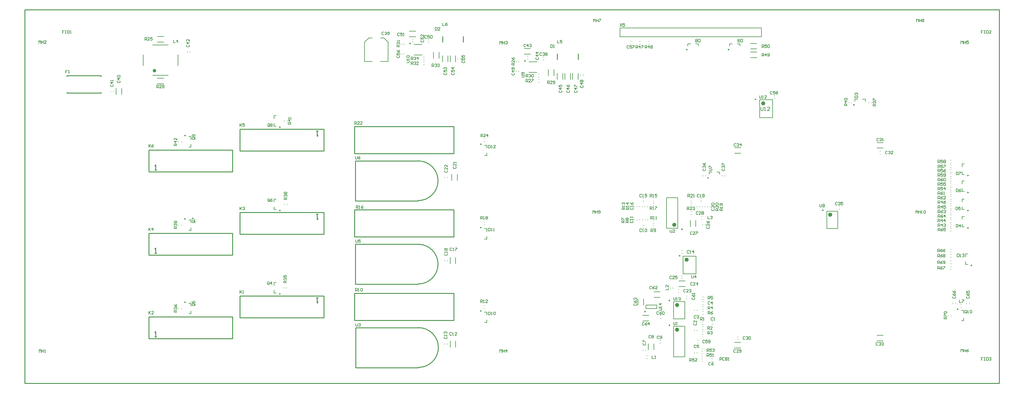
<source format=gto>
G04 Layer_Color=65535*
%FSLAX43Y43*%
%MOMM*%
G71*
G01*
G75*
%ADD30C,0.500*%
%ADD31C,0.150*%
%ADD32C,0.250*%
%ADD33C,0.200*%
%ADD37C,0.254*%
%ADD38C,0.178*%
%ADD73C,0.600*%
%ADD74C,0.100*%
D30*
X37500Y89950D02*
G03*
X37500Y89950I-250J0D01*
G01*
D31*
X42700Y98800D02*
Y98000D01*
X43233D01*
X43900D02*
Y98800D01*
X43500Y98400D01*
X44033D01*
X191600Y31050D02*
Y30383D01*
X191733Y30250D01*
X192000D01*
X192133Y30383D01*
Y31050D01*
X192800Y30250D02*
Y31050D01*
X192400Y30650D01*
X192933D01*
X153023Y98708D02*
Y97908D01*
X153556D01*
X154356Y98708D02*
X153823D01*
Y98308D01*
X154089Y98441D01*
X154223D01*
X154356Y98308D01*
Y98041D01*
X154223Y97908D01*
X153956D01*
X153823Y98041D01*
X182200Y21000D02*
X182867D01*
X183000Y21133D01*
Y21400D01*
X182867Y21533D01*
X182200D01*
X183000Y21800D02*
Y22066D01*
Y21933D01*
X182200D01*
X182334Y21800D01*
X183000Y22866D02*
X182200D01*
X182600Y22466D01*
Y22999D01*
X270633Y20333D02*
Y20866D01*
X270500Y21000D01*
X270233D01*
X270100Y20866D01*
Y20333D01*
X270233Y20200D01*
X270500D01*
X270367Y20467D02*
X270633Y20200D01*
X270500D02*
X270633Y20333D01*
X270900Y20200D02*
X271166D01*
X271033D01*
Y21000D01*
X270900Y20866D01*
X271566D02*
X271699Y21000D01*
X271966D01*
X272099Y20866D01*
Y20333D01*
X271966Y20200D01*
X271699D01*
X271566Y20333D01*
Y20866D01*
X228421Y51493D02*
Y50827D01*
X228554Y50694D01*
X228821D01*
X228954Y50827D01*
Y51493D01*
X229221Y51360D02*
X229354Y51493D01*
X229620D01*
X229754Y51360D01*
Y51227D01*
X229620Y51093D01*
X229754Y50960D01*
Y50827D01*
X229620Y50694D01*
X229354D01*
X229221Y50827D01*
Y50960D01*
X229354Y51093D01*
X229221Y51227D01*
Y51360D01*
X229354Y51093D02*
X229620D01*
X151100Y97400D02*
Y96600D01*
X151500D01*
X151633Y96733D01*
Y97266D01*
X151500Y97400D01*
X151100D01*
X151900Y96600D02*
X152166D01*
X152033D01*
Y97400D01*
X151900Y97266D01*
X264900Y18500D02*
X264100D01*
Y18900D01*
X264234Y19033D01*
X264500D01*
X264633Y18900D01*
Y18500D01*
Y18767D02*
X264900Y19033D01*
X264100Y19300D02*
Y19833D01*
X264234D01*
X264767Y19300D01*
X264900D01*
X264234Y20099D02*
X264100Y20233D01*
Y20499D01*
X264234Y20633D01*
X264767D01*
X264900Y20499D01*
Y20233D01*
X264767Y20099D01*
X264234D01*
X211100Y82800D02*
Y82133D01*
X211233Y82000D01*
X211500D01*
X211633Y82133D01*
Y82800D01*
X211900Y82000D02*
X212166D01*
X212033D01*
Y82800D01*
X211900Y82666D01*
X213099Y82000D02*
X212566D01*
X213099Y82533D01*
Y82666D01*
X212966Y82800D01*
X212699D01*
X212566Y82666D01*
X12279Y90073D02*
X11746D01*
Y89673D01*
X12013D01*
X11746D01*
Y89274D01*
X12546D02*
X12813D01*
X12679D01*
Y90073D01*
X12546Y89940D01*
X95000Y26500D02*
Y27300D01*
X95400D01*
X95533Y27166D01*
Y26900D01*
X95400Y26767D01*
X95000D01*
X95267D02*
X95533Y26500D01*
X95800D02*
X96066D01*
X95933D01*
Y27300D01*
X95800Y27166D01*
X96466D02*
X96599Y27300D01*
X96866D01*
X96999Y27166D01*
Y26633D01*
X96866Y26500D01*
X96599D01*
X96466Y26633D01*
Y27166D01*
X268500Y24000D02*
Y23200D01*
X269033D01*
X269300Y24000D02*
X269833D01*
Y23866D01*
X269300Y23333D01*
Y23200D01*
X103133Y100966D02*
X103000Y101100D01*
X102733D01*
X102600Y100966D01*
Y100433D01*
X102733Y100300D01*
X103000D01*
X103133Y100433D01*
X103400Y100966D02*
X103533Y101100D01*
X103800D01*
X103933Y100966D01*
Y100833D01*
X103800Y100700D01*
X103666D01*
X103800D01*
X103933Y100567D01*
Y100433D01*
X103800Y100300D01*
X103533D01*
X103400Y100433D01*
X104199D02*
X104333Y100300D01*
X104599D01*
X104733Y100433D01*
Y100966D01*
X104599Y101100D01*
X104333D01*
X104199Y100966D01*
Y100833D01*
X104333Y100700D01*
X104733D01*
X171000Y103500D02*
X171533Y102700D01*
Y103500D02*
X171000Y102700D01*
X172333Y103500D02*
X171800D01*
Y103100D01*
X172066Y103233D01*
X172200D01*
X172333Y103100D01*
Y102833D01*
X172200Y102700D01*
X171933D01*
X171800Y102833D01*
X11333Y101500D02*
X10800D01*
Y101100D01*
X11067D01*
X10800D01*
Y100700D01*
X11600Y101500D02*
X11866D01*
X11733D01*
Y100700D01*
X11600D01*
X11866D01*
X12266Y101500D02*
Y100700D01*
X12666D01*
X12799Y100833D01*
Y101366D01*
X12666Y101500D01*
X12266D01*
X13066Y100700D02*
X13333D01*
X13199D01*
Y101500D01*
X13066Y101366D01*
X186400Y17600D02*
Y16933D01*
X186533Y16800D01*
X186800D01*
X186933Y16933D01*
Y17600D01*
X187200Y16800D02*
X187466D01*
X187333D01*
Y17600D01*
X187200Y17466D01*
X186400Y24700D02*
Y24033D01*
X186533Y23900D01*
X186800D01*
X186933Y24033D01*
Y24700D01*
X187200Y23900D02*
X187466D01*
X187333D01*
Y24700D01*
X187200Y24566D01*
X187866D02*
X187999Y24700D01*
X188266D01*
X188399Y24566D01*
Y24433D01*
X188266Y24300D01*
X188133D01*
X188266D01*
X188399Y24167D01*
Y24033D01*
X188266Y23900D01*
X187999D01*
X187866Y24033D01*
X179833Y13666D02*
X179700Y13800D01*
X179433D01*
X179300Y13666D01*
Y13133D01*
X179433Y13000D01*
X179700D01*
X179833Y13133D01*
X180100Y13666D02*
X180233Y13800D01*
X180500D01*
X180633Y13666D01*
Y13533D01*
X180500Y13400D01*
X180633Y13267D01*
Y13133D01*
X180500Y13000D01*
X180233D01*
X180100Y13133D01*
Y13267D01*
X180233Y13400D01*
X180100Y13533D01*
Y13666D01*
X180233Y13400D02*
X180500D01*
X266734Y24933D02*
X266600Y24800D01*
Y24533D01*
X266734Y24400D01*
X267267D01*
X267400Y24533D01*
Y24800D01*
X267267Y24933D01*
X266600Y25733D02*
X266734Y25466D01*
X267000Y25200D01*
X267267D01*
X267400Y25333D01*
Y25600D01*
X267267Y25733D01*
X267133D01*
X267000Y25600D01*
Y25200D01*
X266600Y26533D02*
X266734Y26266D01*
X267000Y25999D01*
X267267D01*
X267400Y26133D01*
Y26399D01*
X267267Y26533D01*
X267133D01*
X267000Y26399D01*
Y25999D01*
X95100Y17200D02*
Y16533D01*
X95233Y16400D01*
X95500D01*
X95633Y16533D01*
Y17200D01*
X95900Y17066D02*
X96033Y17200D01*
X96300D01*
X96433Y17066D01*
Y16933D01*
X96300Y16800D01*
X96166D01*
X96300D01*
X96433Y16667D01*
Y16533D01*
X96300Y16400D01*
X96033D01*
X95900Y16533D01*
X269000Y9000D02*
Y9800D01*
X269267Y9533D01*
X269533Y9800D01*
Y9000D01*
X269800Y9800D02*
Y9000D01*
Y9400D01*
X270333D01*
Y9800D01*
Y9000D01*
X271133Y9800D02*
X270866Y9666D01*
X270599Y9400D01*
Y9133D01*
X270733Y9000D01*
X270999D01*
X271133Y9133D01*
Y9267D01*
X270999Y9400D01*
X270599D01*
X163400Y104000D02*
Y104800D01*
X163667Y104533D01*
X163933Y104800D01*
Y104000D01*
X164200Y104800D02*
Y104000D01*
Y104400D01*
X164733D01*
Y104800D01*
Y104000D01*
X164999Y104800D02*
X165533D01*
Y104666D01*
X164999Y104133D01*
Y104000D01*
X34500Y98700D02*
Y99500D01*
X34900D01*
X35033Y99367D01*
Y99100D01*
X34900Y98967D01*
X34500D01*
X34767D02*
X35033Y98700D01*
X35833D02*
X35300D01*
X35833Y99233D01*
Y99367D01*
X35700Y99500D01*
X35433D01*
X35300Y99367D01*
X36633Y99500D02*
X36100D01*
Y99100D01*
X36366Y99233D01*
X36499D01*
X36633Y99100D01*
Y98833D01*
X36499Y98700D01*
X36233D01*
X36100Y98833D01*
X142700Y88100D02*
X143367D01*
X143500Y88233D01*
Y88500D01*
X143367Y88633D01*
X142700D01*
X143367Y88900D02*
X143500Y89033D01*
Y89300D01*
X143367Y89433D01*
X142834D01*
X142700Y89300D01*
Y89033D01*
X142834Y88900D01*
X142967D01*
X143100Y89033D01*
Y89433D01*
X61814Y26703D02*
Y25903D01*
Y26169D01*
X62347Y26703D01*
X61947Y26303D01*
X62347Y25903D01*
X62614D02*
X62880D01*
X62747D01*
Y26703D01*
X62614Y26569D01*
X256000Y48900D02*
Y49700D01*
X256267Y49433D01*
X256533Y49700D01*
Y48900D01*
X256800Y49700D02*
Y48900D01*
Y49300D01*
X257333D01*
Y49700D01*
Y48900D01*
X257599D02*
X257866D01*
X257733D01*
Y49700D01*
X257599Y49566D01*
X258266D02*
X258399Y49700D01*
X258666D01*
X258799Y49566D01*
Y49033D01*
X258666Y48900D01*
X258399D01*
X258266Y49033D01*
Y49566D01*
X163200Y48900D02*
Y49700D01*
X163467Y49433D01*
X163733Y49700D01*
Y48900D01*
X164000Y49700D02*
Y48900D01*
Y49300D01*
X164533D01*
Y49700D01*
Y48900D01*
X164799Y49033D02*
X164933Y48900D01*
X165199D01*
X165333Y49033D01*
Y49566D01*
X165199Y49700D01*
X164933D01*
X164799Y49566D01*
Y49433D01*
X164933Y49300D01*
X165333D01*
X256200Y104000D02*
Y104800D01*
X256467Y104533D01*
X256733Y104800D01*
Y104000D01*
X257000Y104800D02*
Y104000D01*
Y104400D01*
X257533D01*
Y104800D01*
Y104000D01*
X257799Y104666D02*
X257933Y104800D01*
X258199D01*
X258333Y104666D01*
Y104533D01*
X258199Y104400D01*
X258333Y104267D01*
Y104133D01*
X258199Y104000D01*
X257933D01*
X257799Y104133D01*
Y104267D01*
X257933Y104400D01*
X257799Y104533D01*
Y104666D01*
X257933Y104400D02*
X258199D01*
X262400Y43800D02*
Y44600D01*
X262800D01*
X262933Y44466D01*
Y44200D01*
X262800Y44067D01*
X262400D01*
X262667D02*
X262933Y43800D01*
X263733Y44600D02*
X263466Y44466D01*
X263200Y44200D01*
Y43933D01*
X263333Y43800D01*
X263600D01*
X263733Y43933D01*
Y44067D01*
X263600Y44200D01*
X263200D01*
X264533Y44600D02*
X263999D01*
Y44200D01*
X264266Y44333D01*
X264399D01*
X264533Y44200D01*
Y43933D01*
X264399Y43800D01*
X264133D01*
X263999Y43933D01*
X262400Y47700D02*
Y48500D01*
X262800D01*
X262933Y48366D01*
Y48100D01*
X262800Y47967D01*
X262400D01*
X262667D02*
X262933Y47700D01*
X263733Y48500D02*
X263466Y48366D01*
X263200Y48100D01*
Y47833D01*
X263333Y47700D01*
X263600D01*
X263733Y47833D01*
Y47967D01*
X263600Y48100D01*
X263200D01*
X264399Y47700D02*
Y48500D01*
X263999Y48100D01*
X264533D01*
X262400Y49000D02*
Y49800D01*
X262800D01*
X262933Y49666D01*
Y49400D01*
X262800Y49267D01*
X262400D01*
X262667D02*
X262933Y49000D01*
X263733Y49800D02*
X263466Y49666D01*
X263200Y49400D01*
Y49133D01*
X263333Y49000D01*
X263600D01*
X263733Y49133D01*
Y49267D01*
X263600Y49400D01*
X263200D01*
X263999Y49666D02*
X264133Y49800D01*
X264399D01*
X264533Y49666D01*
Y49533D01*
X264399Y49400D01*
X264266D01*
X264399D01*
X264533Y49267D01*
Y49133D01*
X264399Y49000D01*
X264133D01*
X263999Y49133D01*
X262400Y53000D02*
Y53800D01*
X262800D01*
X262933Y53666D01*
Y53400D01*
X262800Y53267D01*
X262400D01*
X262667D02*
X262933Y53000D01*
X263733Y53800D02*
X263466Y53666D01*
X263200Y53400D01*
Y53133D01*
X263333Y53000D01*
X263600D01*
X263733Y53133D01*
Y53267D01*
X263600Y53400D01*
X263200D01*
X264533Y53000D02*
X263999D01*
X264533Y53533D01*
Y53666D01*
X264399Y53800D01*
X264133D01*
X263999Y53666D01*
X262400Y54300D02*
Y55100D01*
X262800D01*
X262933Y54966D01*
Y54700D01*
X262800Y54567D01*
X262400D01*
X262667D02*
X262933Y54300D01*
X263733Y55100D02*
X263466Y54966D01*
X263200Y54700D01*
Y54433D01*
X263333Y54300D01*
X263600D01*
X263733Y54433D01*
Y54567D01*
X263600Y54700D01*
X263200D01*
X263999Y54300D02*
X264266D01*
X264133D01*
Y55100D01*
X263999Y54966D01*
X262400Y58200D02*
Y59000D01*
X262800D01*
X262933Y58866D01*
Y58600D01*
X262800Y58467D01*
X262400D01*
X262667D02*
X262933Y58200D01*
X263733Y59000D02*
X263466Y58866D01*
X263200Y58600D01*
Y58333D01*
X263333Y58200D01*
X263600D01*
X263733Y58333D01*
Y58467D01*
X263600Y58600D01*
X263200D01*
X263999Y58866D02*
X264133Y59000D01*
X264399D01*
X264533Y58866D01*
Y58333D01*
X264399Y58200D01*
X264133D01*
X263999Y58333D01*
Y58866D01*
X262400Y59500D02*
Y60300D01*
X262800D01*
X262933Y60166D01*
Y59900D01*
X262800Y59767D01*
X262400D01*
X262667D02*
X262933Y59500D01*
X263733Y60300D02*
X263200D01*
Y59900D01*
X263466Y60033D01*
X263600D01*
X263733Y59900D01*
Y59633D01*
X263600Y59500D01*
X263333D01*
X263200Y59633D01*
X263999D02*
X264133Y59500D01*
X264399D01*
X264533Y59633D01*
Y60166D01*
X264399Y60300D01*
X264133D01*
X263999Y60166D01*
Y60033D01*
X264133Y59900D01*
X264533D01*
X262400Y63400D02*
Y64200D01*
X262800D01*
X262933Y64066D01*
Y63800D01*
X262800Y63667D01*
X262400D01*
X262667D02*
X262933Y63400D01*
X263733Y64200D02*
X263200D01*
Y63800D01*
X263466Y63933D01*
X263600D01*
X263733Y63800D01*
Y63533D01*
X263600Y63400D01*
X263333D01*
X263200Y63533D01*
X263999Y64066D02*
X264133Y64200D01*
X264399D01*
X264533Y64066D01*
Y63933D01*
X264399Y63800D01*
X264533Y63667D01*
Y63533D01*
X264399Y63400D01*
X264133D01*
X263999Y63533D01*
Y63667D01*
X264133Y63800D01*
X263999Y63933D01*
Y64066D01*
X264133Y63800D02*
X264399D01*
X262400Y62000D02*
Y62800D01*
X262800D01*
X262933Y62666D01*
Y62400D01*
X262800Y62267D01*
X262400D01*
X262667D02*
X262933Y62000D01*
X263733Y62800D02*
X263200D01*
Y62400D01*
X263466Y62533D01*
X263600D01*
X263733Y62400D01*
Y62133D01*
X263600Y62000D01*
X263333D01*
X263200Y62133D01*
X263999Y62800D02*
X264533D01*
Y62666D01*
X263999Y62133D01*
Y62000D01*
X262400Y60800D02*
Y61600D01*
X262800D01*
X262933Y61466D01*
Y61200D01*
X262800Y61067D01*
X262400D01*
X262667D02*
X262933Y60800D01*
X263733Y61600D02*
X263200D01*
Y61200D01*
X263466Y61333D01*
X263600D01*
X263733Y61200D01*
Y60933D01*
X263600Y60800D01*
X263333D01*
X263200Y60933D01*
X264533Y61600D02*
X264266Y61466D01*
X263999Y61200D01*
Y60933D01*
X264133Y60800D01*
X264399D01*
X264533Y60933D01*
Y61067D01*
X264399Y61200D01*
X263999D01*
X262400Y56900D02*
Y57700D01*
X262800D01*
X262933Y57566D01*
Y57300D01*
X262800Y57167D01*
X262400D01*
X262667D02*
X262933Y56900D01*
X263733Y57700D02*
X263200D01*
Y57300D01*
X263466Y57433D01*
X263600D01*
X263733Y57300D01*
Y57033D01*
X263600Y56900D01*
X263333D01*
X263200Y57033D01*
X264533Y57700D02*
X263999D01*
Y57300D01*
X264266Y57433D01*
X264399D01*
X264533Y57300D01*
Y57033D01*
X264399Y56900D01*
X264133D01*
X263999Y57033D01*
X262400Y55600D02*
Y56400D01*
X262800D01*
X262933Y56266D01*
Y56000D01*
X262800Y55867D01*
X262400D01*
X262667D02*
X262933Y55600D01*
X263733Y56400D02*
X263200D01*
Y56000D01*
X263466Y56133D01*
X263600D01*
X263733Y56000D01*
Y55733D01*
X263600Y55600D01*
X263333D01*
X263200Y55733D01*
X264399Y55600D02*
Y56400D01*
X263999Y56000D01*
X264533D01*
X196000Y9100D02*
Y9900D01*
X196400D01*
X196533Y9766D01*
Y9500D01*
X196400Y9367D01*
X196000D01*
X196267D02*
X196533Y9100D01*
X197333Y9900D02*
X196800D01*
Y9500D01*
X197066Y9633D01*
X197200D01*
X197333Y9500D01*
Y9233D01*
X197200Y9100D01*
X196933D01*
X196800Y9233D01*
X197599Y9766D02*
X197733Y9900D01*
X197999D01*
X198133Y9766D01*
Y9633D01*
X197999Y9500D01*
X197866D01*
X197999D01*
X198133Y9367D01*
Y9233D01*
X197999Y9100D01*
X197733D01*
X197599Y9233D01*
X191000Y6300D02*
Y7100D01*
X191400D01*
X191533Y6966D01*
Y6700D01*
X191400Y6567D01*
X191000D01*
X191267D02*
X191533Y6300D01*
X192333Y7100D02*
X191800D01*
Y6700D01*
X192066Y6833D01*
X192200D01*
X192333Y6700D01*
Y6433D01*
X192200Y6300D01*
X191933D01*
X191800Y6433D01*
X193133Y6300D02*
X192599D01*
X193133Y6833D01*
Y6966D01*
X192999Y7100D01*
X192733D01*
X192599Y6966D01*
X196000Y7700D02*
Y8500D01*
X196400D01*
X196533Y8366D01*
Y8100D01*
X196400Y7967D01*
X196000D01*
X196267D02*
X196533Y7700D01*
X197333Y8500D02*
X196800D01*
Y8100D01*
X197066Y8233D01*
X197200D01*
X197333Y8100D01*
Y7833D01*
X197200Y7700D01*
X196933D01*
X196800Y7833D01*
X197599Y7700D02*
X197866D01*
X197733D01*
Y8500D01*
X197599Y8366D01*
X133200Y68500D02*
Y67700D01*
X133600D01*
X133733Y67833D01*
Y68366D01*
X133600Y68500D01*
X133200D01*
X134000Y67700D02*
X134266D01*
X134133D01*
Y68500D01*
X134000Y68366D01*
X135199Y67700D02*
X134666D01*
X135199Y68233D01*
Y68366D01*
X135066Y68500D01*
X134799D01*
X134666Y68366D01*
X133200Y44600D02*
Y43800D01*
X133600D01*
X133733Y43933D01*
Y44466D01*
X133600Y44600D01*
X133200D01*
X134000Y43800D02*
X134266D01*
X134133D01*
Y44600D01*
X134000Y44466D01*
X134666Y43800D02*
X134933D01*
X134799D01*
Y44600D01*
X134666Y44466D01*
X133200Y20500D02*
Y19700D01*
X133600D01*
X133733Y19833D01*
Y20366D01*
X133600Y20500D01*
X133200D01*
X134000Y19700D02*
X134266D01*
X134133D01*
Y20500D01*
X134000Y20366D01*
X134666D02*
X134799Y20500D01*
X135066D01*
X135199Y20366D01*
Y19833D01*
X135066Y19700D01*
X134799D01*
X134666Y19833D01*
Y20366D01*
X177933Y17366D02*
X177800Y17500D01*
X177533D01*
X177400Y17366D01*
Y16833D01*
X177533Y16700D01*
X177800D01*
X177933Y16833D01*
X178733Y17500D02*
X178466Y17366D01*
X178200Y17100D01*
Y16833D01*
X178333Y16700D01*
X178600D01*
X178733Y16833D01*
Y16967D01*
X178600Y17100D01*
X178200D01*
X179399Y16700D02*
Y17500D01*
X178999Y17100D01*
X179533D01*
X175134Y22933D02*
X175000Y22800D01*
Y22533D01*
X175134Y22400D01*
X175667D01*
X175800Y22533D01*
Y22800D01*
X175667Y22933D01*
X175000Y23733D02*
X175134Y23466D01*
X175400Y23200D01*
X175667D01*
X175800Y23333D01*
Y23600D01*
X175667Y23733D01*
X175533D01*
X175400Y23600D01*
Y23200D01*
X175134Y23999D02*
X175000Y24133D01*
Y24399D01*
X175134Y24533D01*
X175267D01*
X175400Y24399D01*
Y24266D01*
Y24399D01*
X175533Y24533D01*
X175667D01*
X175800Y24399D01*
Y24133D01*
X175667Y23999D01*
X180086Y27785D02*
X179953Y27918D01*
X179686D01*
X179553Y27785D01*
Y27252D01*
X179686Y27118D01*
X179953D01*
X180086Y27252D01*
X180886Y27918D02*
X180619Y27785D01*
X180353Y27518D01*
Y27252D01*
X180486Y27118D01*
X180752D01*
X180886Y27252D01*
Y27385D01*
X180752Y27518D01*
X180353D01*
X181685Y27118D02*
X181152D01*
X181685Y27652D01*
Y27785D01*
X181552Y27918D01*
X181286D01*
X181152Y27785D01*
X191834Y24633D02*
X191700Y24500D01*
Y24233D01*
X191834Y24100D01*
X192367D01*
X192500Y24233D01*
Y24500D01*
X192367Y24633D01*
X191700Y25433D02*
X191834Y25166D01*
X192100Y24900D01*
X192367D01*
X192500Y25033D01*
Y25300D01*
X192367Y25433D01*
X192233D01*
X192100Y25300D01*
Y24900D01*
X192500Y25699D02*
Y25966D01*
Y25833D01*
X191700D01*
X191834Y25699D01*
X182133Y20466D02*
X182000Y20600D01*
X181733D01*
X181600Y20466D01*
Y19933D01*
X181733Y19800D01*
X182000D01*
X182133Y19933D01*
X182933Y20600D02*
X182666Y20466D01*
X182400Y20200D01*
Y19933D01*
X182533Y19800D01*
X182800D01*
X182933Y19933D01*
Y20067D01*
X182800Y20200D01*
X182400D01*
X183199Y20466D02*
X183333Y20600D01*
X183599D01*
X183733Y20466D01*
Y19933D01*
X183599Y19800D01*
X183333D01*
X183199Y19933D01*
Y20466D01*
X195333Y12266D02*
X195200Y12400D01*
X194933D01*
X194800Y12266D01*
Y11733D01*
X194933Y11600D01*
X195200D01*
X195333Y11733D01*
X196133Y12400D02*
X195600D01*
Y12000D01*
X195866Y12133D01*
X196000D01*
X196133Y12000D01*
Y11733D01*
X196000Y11600D01*
X195733D01*
X195600Y11733D01*
X196399D02*
X196533Y11600D01*
X196799D01*
X196933Y11733D01*
Y12266D01*
X196799Y12400D01*
X196533D01*
X196399Y12266D01*
Y12133D01*
X196533Y12000D01*
X196933D01*
X109700Y92300D02*
X110367D01*
X110500Y92433D01*
Y92700D01*
X110367Y92833D01*
X109700D01*
X110500Y93100D02*
Y93366D01*
Y93233D01*
X109700D01*
X109834Y93100D01*
Y93766D02*
X109700Y93899D01*
Y94166D01*
X109834Y94299D01*
X110367D01*
X110500Y94166D01*
Y93899D01*
X110367Y93766D01*
X109834D01*
X196600Y61200D02*
X197267D01*
X197400Y61333D01*
Y61600D01*
X197267Y61733D01*
X196600D01*
Y62000D02*
Y62533D01*
X196734D01*
X197267Y62000D01*
X197400D01*
X95000Y65300D02*
Y64633D01*
X95133Y64500D01*
X95400D01*
X95533Y64633D01*
Y65300D01*
X96333D02*
X96066Y65166D01*
X95800Y64900D01*
Y64633D01*
X95933Y64500D01*
X96200D01*
X96333Y64633D01*
Y64767D01*
X96200Y64900D01*
X95800D01*
X95100Y41300D02*
Y40633D01*
X95233Y40500D01*
X95500D01*
X95633Y40633D01*
Y41300D01*
X96433D02*
X95900D01*
Y40900D01*
X96166Y41033D01*
X96300D01*
X96433Y40900D01*
Y40633D01*
X96300Y40500D01*
X96033D01*
X95900Y40633D01*
X185400Y44200D02*
Y43533D01*
X185533Y43400D01*
X185800D01*
X185933Y43533D01*
Y44200D01*
X186733Y43400D02*
X186200D01*
X186733Y43933D01*
Y44066D01*
X186600Y44200D01*
X186333D01*
X186200Y44066D01*
X211800Y96600D02*
Y97400D01*
X212200D01*
X212333Y97266D01*
Y97000D01*
X212200Y96867D01*
X211800D01*
X212067D02*
X212333Y96600D01*
X213133Y97400D02*
X212600D01*
Y97000D01*
X212866Y97133D01*
X213000D01*
X213133Y97000D01*
Y96733D01*
X213000Y96600D01*
X212733D01*
X212600Y96733D01*
X213399Y97266D02*
X213533Y97400D01*
X213799D01*
X213933Y97266D01*
Y96733D01*
X213799Y96600D01*
X213533D01*
X213399Y96733D01*
Y97266D01*
X211800Y94100D02*
Y94900D01*
X212200D01*
X212333Y94766D01*
Y94500D01*
X212200Y94367D01*
X211800D01*
X212067D02*
X212333Y94100D01*
X213000D02*
Y94900D01*
X212600Y94500D01*
X213133D01*
X213399Y94233D02*
X213533Y94100D01*
X213799D01*
X213933Y94233D01*
Y94766D01*
X213799Y94900D01*
X213533D01*
X213399Y94766D01*
Y94633D01*
X213533Y94500D01*
X213933D01*
X178200Y96400D02*
Y97200D01*
X178600D01*
X178733Y97066D01*
Y96800D01*
X178600Y96667D01*
X178200D01*
X178467D02*
X178733Y96400D01*
X179400D02*
Y97200D01*
X179000Y96800D01*
X179533D01*
X179799Y97066D02*
X179933Y97200D01*
X180199D01*
X180333Y97066D01*
Y96933D01*
X180199Y96800D01*
X180333Y96667D01*
Y96533D01*
X180199Y96400D01*
X179933D01*
X179799Y96533D01*
Y96667D01*
X179933Y96800D01*
X179799Y96933D01*
Y97066D01*
X179933Y96800D02*
X180199D01*
X175600Y96400D02*
Y97200D01*
X176000D01*
X176133Y97066D01*
Y96800D01*
X176000Y96667D01*
X175600D01*
X175867D02*
X176133Y96400D01*
X176800D02*
Y97200D01*
X176400Y96800D01*
X176933D01*
X177199Y97200D02*
X177733D01*
Y97066D01*
X177199Y96533D01*
Y96400D01*
X262400Y51700D02*
Y52500D01*
X262800D01*
X262933Y52366D01*
Y52100D01*
X262800Y51967D01*
X262400D01*
X262667D02*
X262933Y51700D01*
X263600D02*
Y52500D01*
X263200Y52100D01*
X263733D01*
X264533Y52500D02*
X264266Y52366D01*
X263999Y52100D01*
Y51833D01*
X264133Y51700D01*
X264399D01*
X264533Y51833D01*
Y51967D01*
X264399Y52100D01*
X263999D01*
X262400Y50300D02*
Y51100D01*
X262800D01*
X262933Y50966D01*
Y50700D01*
X262800Y50567D01*
X262400D01*
X262667D02*
X262933Y50300D01*
X263600D02*
Y51100D01*
X263200Y50700D01*
X263733D01*
X264533Y51100D02*
X263999D01*
Y50700D01*
X264266Y50833D01*
X264399D01*
X264533Y50700D01*
Y50433D01*
X264399Y50300D01*
X264133D01*
X263999Y50433D01*
X262400Y46400D02*
Y47200D01*
X262800D01*
X262933Y47066D01*
Y46800D01*
X262800Y46667D01*
X262400D01*
X262667D02*
X262933Y46400D01*
X263600D02*
Y47200D01*
X263200Y46800D01*
X263733D01*
X264399Y46400D02*
Y47200D01*
X263999Y46800D01*
X264533D01*
X262400Y45100D02*
Y45900D01*
X262800D01*
X262933Y45766D01*
Y45500D01*
X262800Y45367D01*
X262400D01*
X262667D02*
X262933Y45100D01*
X263600D02*
Y45900D01*
X263200Y45500D01*
X263733D01*
X263999Y45766D02*
X264133Y45900D01*
X264399D01*
X264533Y45766D01*
Y45633D01*
X264399Y45500D01*
X264266D01*
X264399D01*
X264533Y45367D01*
Y45233D01*
X264399Y45100D01*
X264133D01*
X263999Y45233D01*
X43700Y68400D02*
X42900D01*
Y68800D01*
X43034Y68933D01*
X43300D01*
X43433Y68800D01*
Y68400D01*
Y68667D02*
X43700Y68933D01*
Y69600D02*
X42900D01*
X43300Y69200D01*
Y69733D01*
X43700Y70533D02*
Y69999D01*
X43167Y70533D01*
X43034D01*
X42900Y70399D01*
Y70133D01*
X43034Y69999D01*
X76500Y74600D02*
X75700D01*
Y75000D01*
X75834Y75133D01*
X76100D01*
X76233Y75000D01*
Y74600D01*
Y74867D02*
X76500Y75133D01*
Y75800D02*
X75700D01*
X76100Y75400D01*
Y75933D01*
X76500Y76199D02*
Y76466D01*
Y76333D01*
X75700D01*
X75834Y76199D01*
X236300Y79900D02*
X235500D01*
Y80300D01*
X235634Y80433D01*
X235900D01*
X236034Y80300D01*
Y79900D01*
Y80167D02*
X236300Y80433D01*
Y81100D02*
X235500D01*
X235900Y80700D01*
Y81233D01*
X235634Y81499D02*
X235500Y81633D01*
Y81899D01*
X235634Y82033D01*
X236167D01*
X236300Y81899D01*
Y81633D01*
X236167Y81499D01*
X235634D01*
X43700Y44500D02*
X42900D01*
Y44900D01*
X43034Y45033D01*
X43300D01*
X43433Y44900D01*
Y44500D01*
Y44767D02*
X43700Y45033D01*
X43034Y45300D02*
X42900Y45433D01*
Y45700D01*
X43034Y45833D01*
X43167D01*
X43300Y45700D01*
Y45566D01*
Y45700D01*
X43433Y45833D01*
X43567D01*
X43700Y45700D01*
Y45433D01*
X43567Y45300D01*
Y46099D02*
X43700Y46233D01*
Y46499D01*
X43567Y46633D01*
X43034D01*
X42900Y46499D01*
Y46233D01*
X43034Y46099D01*
X43167D01*
X43300Y46233D01*
Y46633D01*
X75300Y52900D02*
X74500D01*
Y53300D01*
X74634Y53433D01*
X74900D01*
X75033Y53300D01*
Y52900D01*
Y53167D02*
X75300Y53433D01*
X74634Y53700D02*
X74500Y53833D01*
Y54100D01*
X74634Y54233D01*
X74767D01*
X74900Y54100D01*
Y53966D01*
Y54100D01*
X75033Y54233D01*
X75167D01*
X75300Y54100D01*
Y53833D01*
X75167Y53700D01*
X74634Y54499D02*
X74500Y54633D01*
Y54899D01*
X74634Y55033D01*
X74767D01*
X74900Y54899D01*
X75033Y55033D01*
X75167D01*
X75300Y54899D01*
Y54633D01*
X75167Y54499D01*
X75033D01*
X74900Y54633D01*
X74767Y54499D01*
X74634D01*
X74900Y54633D02*
Y54899D01*
X244500Y79800D02*
X243700D01*
Y80200D01*
X243834Y80333D01*
X244100D01*
X244234Y80200D01*
Y79800D01*
Y80067D02*
X244500Y80333D01*
X243834Y80600D02*
X243700Y80733D01*
Y81000D01*
X243834Y81133D01*
X243967D01*
X244100Y81000D01*
Y80866D01*
Y81000D01*
X244234Y81133D01*
X244367D01*
X244500Y81000D01*
Y80733D01*
X244367Y80600D01*
X243700Y81399D02*
Y81933D01*
X243834D01*
X244367Y81399D01*
X244500D01*
X43700Y20500D02*
X42900D01*
Y20900D01*
X43034Y21033D01*
X43300D01*
X43433Y20900D01*
Y20500D01*
Y20767D02*
X43700Y21033D01*
X43034Y21300D02*
X42900Y21433D01*
Y21700D01*
X43034Y21833D01*
X43167D01*
X43300Y21700D01*
Y21566D01*
Y21700D01*
X43433Y21833D01*
X43567D01*
X43700Y21700D01*
Y21433D01*
X43567Y21300D01*
X42900Y22633D02*
X43034Y22366D01*
X43300Y22099D01*
X43567D01*
X43700Y22233D01*
Y22499D01*
X43567Y22633D01*
X43433D01*
X43300Y22499D01*
Y22099D01*
X75200Y28900D02*
X74400D01*
Y29300D01*
X74534Y29433D01*
X74800D01*
X74933Y29300D01*
Y28900D01*
Y29167D02*
X75200Y29433D01*
X74534Y29700D02*
X74400Y29833D01*
Y30100D01*
X74534Y30233D01*
X74667D01*
X74800Y30100D01*
Y29966D01*
Y30100D01*
X74933Y30233D01*
X75067D01*
X75200Y30100D01*
Y29833D01*
X75067Y29700D01*
X74400Y31033D02*
Y30499D01*
X74800D01*
X74667Y30766D01*
Y30899D01*
X74800Y31033D01*
X75067D01*
X75200Y30899D01*
Y30633D01*
X75067Y30499D01*
X111000Y93100D02*
Y93900D01*
X111400D01*
X111533Y93766D01*
Y93500D01*
X111400Y93367D01*
X111000D01*
X111267D02*
X111533Y93100D01*
X111800Y93766D02*
X111933Y93900D01*
X112200D01*
X112333Y93766D01*
Y93633D01*
X112200Y93500D01*
X112066D01*
X112200D01*
X112333Y93367D01*
Y93233D01*
X112200Y93100D01*
X111933D01*
X111800Y93233D01*
X112999Y93100D02*
Y93900D01*
X112599Y93500D01*
X113133D01*
X117000Y91100D02*
Y91900D01*
X117400D01*
X117533Y91766D01*
Y91500D01*
X117400Y91367D01*
X117000D01*
X117267D02*
X117533Y91100D01*
X117800Y91766D02*
X117933Y91900D01*
X118200D01*
X118333Y91766D01*
Y91633D01*
X118200Y91500D01*
X118066D01*
X118200D01*
X118333Y91367D01*
Y91233D01*
X118200Y91100D01*
X117933D01*
X117800Y91233D01*
X118599Y91766D02*
X118733Y91900D01*
X118999D01*
X119133Y91766D01*
Y91633D01*
X118999Y91500D01*
X118866D01*
X118999D01*
X119133Y91367D01*
Y91233D01*
X118999Y91100D01*
X118733D01*
X118599Y91233D01*
X111000Y91700D02*
Y92500D01*
X111400D01*
X111533Y92366D01*
Y92100D01*
X111400Y91967D01*
X111000D01*
X111267D02*
X111533Y91700D01*
X111800Y92366D02*
X111933Y92500D01*
X112200D01*
X112333Y92366D01*
Y92233D01*
X112200Y92100D01*
X112066D01*
X112200D01*
X112333Y91967D01*
Y91833D01*
X112200Y91700D01*
X111933D01*
X111800Y91833D01*
X113133Y91700D02*
X112599D01*
X113133Y92233D01*
Y92366D01*
X112999Y92500D01*
X112733D01*
X112599Y92366D01*
X107700Y96800D02*
X106900D01*
Y97200D01*
X107034Y97333D01*
X107300D01*
X107433Y97200D01*
Y96800D01*
Y97067D02*
X107700Y97333D01*
X107034Y97600D02*
X106900Y97733D01*
Y98000D01*
X107034Y98133D01*
X107167D01*
X107300Y98000D01*
Y97866D01*
Y98000D01*
X107433Y98133D01*
X107567D01*
X107700Y98000D01*
Y97733D01*
X107567Y97600D01*
X107700Y98399D02*
Y98666D01*
Y98533D01*
X106900D01*
X107034Y98399D01*
X144000Y88100D02*
Y88900D01*
X144400D01*
X144533Y88766D01*
Y88500D01*
X144400Y88367D01*
X144000D01*
X144267D02*
X144533Y88100D01*
X144800Y88766D02*
X144933Y88900D01*
X145200D01*
X145333Y88766D01*
Y88633D01*
X145200Y88500D01*
X145066D01*
X145200D01*
X145333Y88367D01*
Y88233D01*
X145200Y88100D01*
X144933D01*
X144800Y88233D01*
X145599Y88766D02*
X145733Y88900D01*
X145999D01*
X146133Y88766D01*
Y88233D01*
X145999Y88100D01*
X145733D01*
X145599Y88233D01*
Y88766D01*
X150200Y86200D02*
Y87000D01*
X150600D01*
X150733Y86866D01*
Y86600D01*
X150600Y86467D01*
X150200D01*
X150467D02*
X150733Y86200D01*
X151533D02*
X151000D01*
X151533Y86733D01*
Y86866D01*
X151400Y87000D01*
X151133D01*
X151000Y86866D01*
X151799Y86333D02*
X151933Y86200D01*
X152199D01*
X152333Y86333D01*
Y86866D01*
X152199Y87000D01*
X151933D01*
X151799Y86866D01*
Y86733D01*
X151933Y86600D01*
X152333D01*
X37900Y85000D02*
Y85800D01*
X38300D01*
X38433Y85667D01*
Y85400D01*
X38300Y85267D01*
X37900D01*
X38167D02*
X38433Y85000D01*
X39233D02*
X38700D01*
X39233Y85533D01*
Y85667D01*
X39100Y85800D01*
X38833D01*
X38700Y85667D01*
X39500D02*
X39633Y85800D01*
X39899D01*
X40033Y85667D01*
Y85533D01*
X39899Y85400D01*
X40033Y85267D01*
Y85133D01*
X39899Y85000D01*
X39633D01*
X39500Y85133D01*
Y85267D01*
X39633Y85400D01*
X39500Y85533D01*
Y85667D01*
X39633Y85400D02*
X39899D01*
X144000Y86700D02*
Y87500D01*
X144400D01*
X144533Y87366D01*
Y87100D01*
X144400Y86967D01*
X144000D01*
X144267D02*
X144533Y86700D01*
X145333D02*
X144800D01*
X145333Y87233D01*
Y87366D01*
X145200Y87500D01*
X144933D01*
X144800Y87366D01*
X145599Y87500D02*
X146133D01*
Y87366D01*
X145599Y86833D01*
Y86700D01*
X140700Y91600D02*
X139900D01*
Y92000D01*
X140034Y92133D01*
X140300D01*
X140433Y92000D01*
Y91600D01*
Y91867D02*
X140700Y92133D01*
Y92933D02*
Y92400D01*
X140167Y92933D01*
X140034D01*
X139900Y92800D01*
Y92533D01*
X140034Y92400D01*
X139900Y93733D02*
X140034Y93466D01*
X140300Y93199D01*
X140567D01*
X140700Y93333D01*
Y93599D01*
X140567Y93733D01*
X140433D01*
X140300Y93599D01*
Y93199D01*
X131000Y70900D02*
Y71700D01*
X131400D01*
X131533Y71566D01*
Y71300D01*
X131400Y71167D01*
X131000D01*
X131267D02*
X131533Y70900D01*
X132333D02*
X131800D01*
X132333Y71433D01*
Y71566D01*
X132200Y71700D01*
X131933D01*
X131800Y71566D01*
X132999Y70900D02*
Y71700D01*
X132599Y71300D01*
X133133D01*
X190300Y49900D02*
Y50700D01*
X190700D01*
X190833Y50566D01*
Y50300D01*
X190700Y50167D01*
X190300D01*
X190567D02*
X190833Y49900D01*
X191633D02*
X191100D01*
X191633Y50433D01*
Y50566D01*
X191500Y50700D01*
X191233D01*
X191100Y50566D01*
X191899D02*
X192033Y50700D01*
X192299D01*
X192433Y50566D01*
Y50433D01*
X192299Y50300D01*
X192166D01*
X192299D01*
X192433Y50167D01*
Y50033D01*
X192299Y49900D01*
X192033D01*
X191899Y50033D01*
X94800Y74500D02*
Y75300D01*
X95200D01*
X95333Y75166D01*
Y74900D01*
X95200Y74767D01*
X94800D01*
X95067D02*
X95333Y74500D01*
X96133D02*
X95600D01*
X96133Y75033D01*
Y75166D01*
X96000Y75300D01*
X95733D01*
X95600Y75166D01*
X96933Y74500D02*
X96399D01*
X96933Y75033D01*
Y75166D01*
X96799Y75300D01*
X96533D01*
X96399Y75166D01*
X190500Y53600D02*
Y54400D01*
X190900D01*
X191033Y54266D01*
Y54000D01*
X190900Y53867D01*
X190500D01*
X190767D02*
X191033Y53600D01*
X191833D02*
X191300D01*
X191833Y54133D01*
Y54266D01*
X191700Y54400D01*
X191433D01*
X191300Y54266D01*
X192099Y53600D02*
X192366D01*
X192233D01*
Y54400D01*
X192099Y54266D01*
X199300Y49700D02*
X198500D01*
Y50100D01*
X198634Y50233D01*
X198900D01*
X199033Y50100D01*
Y49700D01*
Y49967D02*
X199300Y50233D01*
Y51033D02*
Y50500D01*
X198767Y51033D01*
X198634D01*
X198500Y50900D01*
Y50633D01*
X198634Y50500D01*
Y51299D02*
X198500Y51433D01*
Y51699D01*
X198634Y51833D01*
X199167D01*
X199300Y51699D01*
Y51433D01*
X199167Y51299D01*
X198634D01*
X200500Y49700D02*
X199700D01*
Y50100D01*
X199834Y50233D01*
X200100D01*
X200233Y50100D01*
Y49700D01*
Y49967D02*
X200500Y50233D01*
Y50500D02*
Y50766D01*
Y50633D01*
X199700D01*
X199834Y50500D01*
X200367Y51166D02*
X200500Y51299D01*
Y51566D01*
X200367Y51699D01*
X199834D01*
X199700Y51566D01*
Y51299D01*
X199834Y51166D01*
X199967D01*
X200100Y51299D01*
Y51699D01*
X130951Y47205D02*
Y48005D01*
X131351D01*
X131484Y47871D01*
Y47605D01*
X131351Y47471D01*
X130951D01*
X131218D02*
X131484Y47205D01*
X131751D02*
X132018D01*
X131884D01*
Y48005D01*
X131751Y47871D01*
X132417D02*
X132551Y48005D01*
X132817D01*
X132951Y47871D01*
Y47738D01*
X132817Y47605D01*
X132951Y47471D01*
Y47338D01*
X132817Y47205D01*
X132551D01*
X132417Y47338D01*
Y47471D01*
X132551Y47605D01*
X132417Y47738D01*
Y47871D01*
X132551Y47605D02*
X132817D01*
X179600Y50000D02*
Y50800D01*
X180000D01*
X180133Y50666D01*
Y50400D01*
X180000Y50267D01*
X179600D01*
X179867D02*
X180133Y50000D01*
X180400D02*
X180666D01*
X180533D01*
Y50800D01*
X180400Y50666D01*
X181066Y50800D02*
X181599D01*
Y50666D01*
X181066Y50133D01*
Y50000D01*
X95200Y50300D02*
Y51100D01*
X95600D01*
X95733Y50966D01*
Y50700D01*
X95600Y50567D01*
X95200D01*
X95467D02*
X95733Y50300D01*
X96000D02*
X96266D01*
X96133D01*
Y51100D01*
X96000Y50966D01*
X97199Y51100D02*
X96933Y50966D01*
X96666Y50700D01*
Y50433D01*
X96799Y50300D01*
X97066D01*
X97199Y50433D01*
Y50567D01*
X97066Y50700D01*
X96666D01*
X179600Y53600D02*
Y54400D01*
X180000D01*
X180133Y54266D01*
Y54000D01*
X180000Y53867D01*
X179600D01*
X179867D02*
X180133Y53600D01*
X180400D02*
X180666D01*
X180533D01*
Y54400D01*
X180400Y54266D01*
X181599Y54400D02*
X181066D01*
Y54000D01*
X181333Y54133D01*
X181466D01*
X181599Y54000D01*
Y53733D01*
X181466Y53600D01*
X181199D01*
X181066Y53733D01*
X173600Y50000D02*
X172800D01*
Y50400D01*
X172934Y50533D01*
X173200D01*
X173333Y50400D01*
Y50000D01*
Y50267D02*
X173600Y50533D01*
Y50800D02*
Y51066D01*
Y50933D01*
X172800D01*
X172934Y50800D01*
X173600Y51866D02*
X172800D01*
X173200Y51466D01*
Y51999D01*
X172400Y50000D02*
X171600D01*
Y50400D01*
X171734Y50533D01*
X172000D01*
X172133Y50400D01*
Y50000D01*
Y50267D02*
X172400Y50533D01*
Y50800D02*
Y51066D01*
Y50933D01*
X171600D01*
X171734Y50800D01*
Y51466D02*
X171600Y51599D01*
Y51866D01*
X171734Y51999D01*
X171867D01*
X172000Y51866D01*
Y51733D01*
Y51866D01*
X172133Y51999D01*
X172267D01*
X172400Y51866D01*
Y51599D01*
X172267Y51466D01*
X130954Y23203D02*
Y24003D01*
X131354D01*
X131488Y23870D01*
Y23603D01*
X131354Y23470D01*
X130954D01*
X131221D02*
X131488Y23203D01*
X131754D02*
X132021D01*
X131887D01*
Y24003D01*
X131754Y23870D01*
X132954Y23203D02*
X132421D01*
X132954Y23737D01*
Y23870D01*
X132820Y24003D01*
X132554D01*
X132421Y23870D01*
X179800Y47200D02*
Y48000D01*
X180200D01*
X180333Y47866D01*
Y47600D01*
X180200Y47467D01*
X179800D01*
X180067D02*
X180333Y47200D01*
X180600D02*
X180866D01*
X180733D01*
Y48000D01*
X180600Y47866D01*
X181266Y47200D02*
X181533D01*
X181399D01*
Y48000D01*
X181266Y47866D01*
X179900Y43600D02*
Y44400D01*
X180300D01*
X180433Y44266D01*
Y44000D01*
X180300Y43867D01*
X179900D01*
X180167D02*
X180433Y43600D01*
X180700Y43733D02*
X180833Y43600D01*
X181100D01*
X181233Y43733D01*
Y44266D01*
X181100Y44400D01*
X180833D01*
X180700Y44266D01*
Y44133D01*
X180833Y44000D01*
X181233D01*
X173500Y46200D02*
X172700D01*
Y46600D01*
X172834Y46733D01*
X173100D01*
X173233Y46600D01*
Y46200D01*
Y46467D02*
X173500Y46733D01*
X172834Y47000D02*
X172700Y47133D01*
Y47400D01*
X172834Y47533D01*
X172967D01*
X173100Y47400D01*
X173233Y47533D01*
X173367D01*
X173500Y47400D01*
Y47133D01*
X173367Y47000D01*
X173233D01*
X173100Y47133D01*
X172967Y47000D01*
X172834D01*
X173100Y47133D02*
Y47400D01*
X172300Y46200D02*
X171500D01*
Y46600D01*
X171634Y46733D01*
X171900D01*
X172033Y46600D01*
Y46200D01*
Y46467D02*
X172300Y46733D01*
X171500Y47000D02*
Y47533D01*
X171634D01*
X172167Y47000D01*
X172300D01*
X196300Y19900D02*
Y20700D01*
X196700D01*
X196833Y20566D01*
Y20300D01*
X196700Y20167D01*
X196300D01*
X196567D02*
X196833Y19900D01*
X197633Y20700D02*
X197366Y20566D01*
X197100Y20300D01*
Y20033D01*
X197233Y19900D01*
X197500D01*
X197633Y20033D01*
Y20167D01*
X197500Y20300D01*
X197100D01*
X196300Y24200D02*
Y25000D01*
X196700D01*
X196833Y24866D01*
Y24600D01*
X196700Y24467D01*
X196300D01*
X196567D02*
X196833Y24200D01*
X197633Y25000D02*
X197100D01*
Y24600D01*
X197366Y24733D01*
X197500D01*
X197633Y24600D01*
Y24333D01*
X197500Y24200D01*
X197233D01*
X197100Y24333D01*
X196300Y21300D02*
Y22100D01*
X196700D01*
X196833Y21966D01*
Y21700D01*
X196700Y21567D01*
X196300D01*
X196567D02*
X196833Y21300D01*
X197500D02*
Y22100D01*
X197100Y21700D01*
X197633D01*
X196200Y14100D02*
Y14900D01*
X196600D01*
X196733Y14766D01*
Y14500D01*
X196600Y14367D01*
X196200D01*
X196467D02*
X196733Y14100D01*
X197000Y14766D02*
X197133Y14900D01*
X197400D01*
X197533Y14766D01*
Y14633D01*
X197400Y14500D01*
X197266D01*
X197400D01*
X197533Y14367D01*
Y14233D01*
X197400Y14100D01*
X197133D01*
X197000Y14233D01*
X196200Y15500D02*
Y16300D01*
X196600D01*
X196733Y16166D01*
Y15900D01*
X196600Y15767D01*
X196200D01*
X196467D02*
X196733Y15500D01*
X197533D02*
X197000D01*
X197533Y16033D01*
Y16166D01*
X197400Y16300D01*
X197133D01*
X197000Y16166D01*
X194100Y18100D02*
Y18900D01*
X194500D01*
X194633Y18766D01*
Y18500D01*
X194500Y18367D01*
X194100D01*
X194367D02*
X194633Y18100D01*
X194900D02*
X195166D01*
X195033D01*
Y18900D01*
X194900Y18766D01*
X48767Y70733D02*
X48234D01*
X48100Y70600D01*
Y70333D01*
X48234Y70200D01*
X48767D01*
X48900Y70333D01*
Y70600D01*
X48633Y70467D02*
X48900Y70733D01*
Y70600D02*
X48767Y70733D01*
Y71000D02*
X48900Y71133D01*
Y71400D01*
X48767Y71533D01*
X48234D01*
X48100Y71400D01*
Y71133D01*
X48234Y71000D01*
X48367D01*
X48500Y71133D01*
Y71533D01*
X70333Y74033D02*
Y74566D01*
X70200Y74700D01*
X69933D01*
X69800Y74566D01*
Y74033D01*
X69933Y73900D01*
X70200D01*
X70067Y74167D02*
X70333Y73900D01*
X70200D02*
X70333Y74033D01*
X70600Y74566D02*
X70733Y74700D01*
X71000D01*
X71133Y74566D01*
Y74433D01*
X71000Y74300D01*
X71133Y74167D01*
Y74033D01*
X71000Y73900D01*
X70733D01*
X70600Y74033D01*
Y74167D01*
X70733Y74300D01*
X70600Y74433D01*
Y74566D01*
X70733Y74300D02*
X71000D01*
X48767Y46733D02*
X48234D01*
X48100Y46600D01*
Y46333D01*
X48234Y46200D01*
X48767D01*
X48900Y46333D01*
Y46600D01*
X48633Y46467D02*
X48900Y46733D01*
Y46600D02*
X48767Y46733D01*
X48100Y47000D02*
Y47533D01*
X48234D01*
X48767Y47000D01*
X48900D01*
X70333Y52433D02*
Y52966D01*
X70200Y53100D01*
X69933D01*
X69800Y52966D01*
Y52433D01*
X69933Y52300D01*
X70200D01*
X70067Y52567D02*
X70333Y52300D01*
X70200D02*
X70333Y52433D01*
X71133Y53100D02*
X70866Y52966D01*
X70600Y52700D01*
Y52433D01*
X70733Y52300D01*
X71000D01*
X71133Y52433D01*
Y52567D01*
X71000Y52700D01*
X70600D01*
X48767Y22833D02*
X48234D01*
X48100Y22700D01*
Y22433D01*
X48234Y22300D01*
X48767D01*
X48900Y22433D01*
Y22700D01*
X48633Y22567D02*
X48900Y22833D01*
Y22700D02*
X48767Y22833D01*
X48100Y23633D02*
Y23100D01*
X48500D01*
X48367Y23366D01*
Y23500D01*
X48500Y23633D01*
X48767D01*
X48900Y23500D01*
Y23233D01*
X48767Y23100D01*
X70233Y28533D02*
Y29066D01*
X70100Y29200D01*
X69833D01*
X69700Y29066D01*
Y28533D01*
X69833Y28400D01*
X70100D01*
X69967Y28667D02*
X70233Y28400D01*
X70100D02*
X70233Y28533D01*
X70900Y28400D02*
Y29200D01*
X70500Y28800D01*
X71033D01*
X199685Y6602D02*
Y7402D01*
X200085D01*
X200218Y7269D01*
Y7002D01*
X200085Y6869D01*
X199685D01*
X201018Y7269D02*
X200885Y7402D01*
X200618D01*
X200485Y7269D01*
Y6735D01*
X200618Y6602D01*
X200885D01*
X201018Y6735D01*
X201285Y7402D02*
Y6602D01*
X201685D01*
X201818Y6735D01*
Y6869D01*
X201685Y7002D01*
X201285D01*
X201685D01*
X201818Y7135D01*
Y7269D01*
X201685Y7402D01*
X201285D01*
X202084Y6602D02*
X202351D01*
X202218D01*
Y7402D01*
X202084Y7269D01*
X136500Y8900D02*
Y9700D01*
X136767Y9433D01*
X137033Y9700D01*
Y8900D01*
X137300Y9700D02*
Y8900D01*
Y9300D01*
X137833D01*
Y9700D01*
Y8900D01*
X138499D02*
Y9700D01*
X138099Y9300D01*
X138633D01*
X136500Y97600D02*
Y98400D01*
X136767Y98133D01*
X137033Y98400D01*
Y97600D01*
X137300Y98400D02*
Y97600D01*
Y98000D01*
X137833D01*
Y98400D01*
Y97600D01*
X138099Y98266D02*
X138233Y98400D01*
X138499D01*
X138633Y98266D01*
Y98133D01*
X138499Y98000D01*
X138366D01*
X138499D01*
X138633Y97867D01*
Y97733D01*
X138499Y97600D01*
X138233D01*
X138099Y97733D01*
X4000Y97800D02*
Y98600D01*
X4267Y98333D01*
X4533Y98600D01*
Y97800D01*
X4800Y98600D02*
Y97800D01*
Y98200D01*
X5333D01*
Y98600D01*
Y97800D01*
X6133D02*
X5599D01*
X6133Y98333D01*
Y98466D01*
X5999Y98600D01*
X5733D01*
X5599Y98466D01*
X4100Y8900D02*
Y9700D01*
X4367Y9433D01*
X4633Y9700D01*
Y8900D01*
X4900Y9700D02*
Y8900D01*
Y9300D01*
X5433D01*
Y9700D01*
Y8900D01*
X5699D02*
X5966D01*
X5833D01*
Y9700D01*
X5699Y9566D01*
X120016Y103714D02*
Y102915D01*
X120550D01*
X121349Y103714D02*
X121083Y103581D01*
X120816Y103314D01*
Y103048D01*
X120949Y102915D01*
X121216D01*
X121349Y103048D01*
Y103181D01*
X121216Y103314D01*
X120816D01*
X196200Y48100D02*
Y47300D01*
X196733D01*
X197000Y47966D02*
X197133Y48100D01*
X197400D01*
X197533Y47966D01*
Y47833D01*
X197400Y47700D01*
X197266D01*
X197400D01*
X197533Y47567D01*
Y47433D01*
X197400Y47300D01*
X197133D01*
X197000Y47433D01*
X184100Y26900D02*
X184900D01*
Y27433D01*
Y28233D02*
Y27700D01*
X184367Y28233D01*
X184234D01*
X184100Y28100D01*
Y27833D01*
X184234Y27700D01*
X180200Y7900D02*
Y7100D01*
X180733D01*
X181000D02*
X181266D01*
X181133D01*
Y7900D01*
X181000Y7766D01*
X35623Y68721D02*
Y67921D01*
Y68188D01*
X36156Y68721D01*
X35756Y68321D01*
X36156Y67921D01*
X36956Y68721D02*
X36689Y68588D01*
X36423Y68321D01*
Y68055D01*
X36556Y67921D01*
X36822D01*
X36956Y68055D01*
Y68188D01*
X36822Y68321D01*
X36423D01*
X61827Y74719D02*
Y73919D01*
Y74186D01*
X62360Y74719D01*
X61960Y74319D01*
X62360Y73919D01*
X63160Y74719D02*
X62627D01*
Y74319D01*
X62893Y74452D01*
X63026D01*
X63160Y74319D01*
Y74052D01*
X63026Y73919D01*
X62760D01*
X62627Y74052D01*
X35618Y44701D02*
Y43901D01*
Y44168D01*
X36151Y44701D01*
X35751Y44301D01*
X36151Y43901D01*
X36817D02*
Y44701D01*
X36418Y44301D01*
X36951D01*
X61818Y50699D02*
Y49900D01*
Y50166D01*
X62352Y50699D01*
X61952Y50299D01*
X62352Y49900D01*
X62618Y50566D02*
X62751Y50699D01*
X63018D01*
X63151Y50566D01*
Y50433D01*
X63018Y50299D01*
X62885D01*
X63018D01*
X63151Y50166D01*
Y50033D01*
X63018Y49900D01*
X62751D01*
X62618Y50033D01*
X35634Y20705D02*
Y19905D01*
Y20171D01*
X36167Y20705D01*
X35767Y20305D01*
X36167Y19905D01*
X36966D02*
X36433D01*
X36966Y20438D01*
Y20571D01*
X36833Y20705D01*
X36567D01*
X36433Y20571D01*
X275333Y7400D02*
X274800D01*
Y7000D01*
X275067D01*
X274800D01*
Y6600D01*
X275600Y7400D02*
X275866D01*
X275733D01*
Y6600D01*
X275600D01*
X275866D01*
X276266Y7400D02*
Y6600D01*
X276666D01*
X276799Y6733D01*
Y7266D01*
X276666Y7400D01*
X276266D01*
X277066Y7266D02*
X277199Y7400D01*
X277466D01*
X277599Y7266D01*
Y7133D01*
X277466Y7000D01*
X277333D01*
X277466D01*
X277599Y6867D01*
Y6733D01*
X277466Y6600D01*
X277199D01*
X277066Y6733D01*
X275333Y101500D02*
X274800D01*
Y101100D01*
X275067D01*
X274800D01*
Y100700D01*
X275600Y101500D02*
X275866D01*
X275733D01*
Y100700D01*
X275600D01*
X275866D01*
X276266Y101500D02*
Y100700D01*
X276666D01*
X276799Y100833D01*
Y101366D01*
X276666Y101500D01*
X276266D01*
X277599Y100700D02*
X277066D01*
X277599Y101233D01*
Y101366D01*
X277466Y101500D01*
X277199D01*
X277066Y101366D01*
X206200Y98200D02*
Y99000D01*
X205800D01*
X205667Y98867D01*
Y98334D01*
X205800Y98200D01*
X206200D01*
X205400Y98867D02*
X205267Y99000D01*
X205000D01*
X204867Y98867D01*
Y98334D01*
X205000Y98200D01*
X205267D01*
X205400Y98334D01*
Y98467D01*
X205267Y98600D01*
X204867D01*
X194000Y98200D02*
Y99000D01*
X193600D01*
X193467Y98867D01*
Y98334D01*
X193600Y98200D01*
X194000D01*
X193200Y98334D02*
X193067Y98200D01*
X192800D01*
X192667Y98334D01*
Y98467D01*
X192800Y98600D01*
X192667Y98733D01*
Y98867D01*
X192800Y99000D01*
X193067D01*
X193200Y98867D01*
Y98733D01*
X193067Y98600D01*
X193200Y98467D01*
Y98334D01*
X193067Y98600D02*
X192800D01*
X267600Y60800D02*
Y60000D01*
X268000D01*
X268133Y60133D01*
Y60666D01*
X268000Y60800D01*
X267600D01*
X268400D02*
X268933D01*
Y60666D01*
X268400Y60133D01*
Y60000D01*
X267600Y55900D02*
Y55100D01*
X268000D01*
X268133Y55233D01*
Y55766D01*
X268000Y55900D01*
X267600D01*
X268933D02*
X268666Y55766D01*
X268400Y55500D01*
Y55233D01*
X268533Y55100D01*
X268800D01*
X268933Y55233D01*
Y55367D01*
X268800Y55500D01*
X268400D01*
X267500Y50700D02*
Y49900D01*
X267900D01*
X268033Y50033D01*
Y50566D01*
X267900Y50700D01*
X267500D01*
X268833D02*
X268300D01*
Y50300D01*
X268566Y50433D01*
X268700D01*
X268833Y50300D01*
Y50033D01*
X268700Y49900D01*
X268433D01*
X268300Y50033D01*
X267600Y45700D02*
Y44900D01*
X268000D01*
X268133Y45033D01*
Y45566D01*
X268000Y45700D01*
X267600D01*
X268800Y44900D02*
Y45700D01*
X268400Y45300D01*
X268933D01*
X238500Y82200D02*
X239300D01*
Y82600D01*
X239167Y82733D01*
X238634D01*
X238500Y82600D01*
Y82200D01*
X238634Y83000D02*
X238500Y83133D01*
Y83400D01*
X238634Y83533D01*
X238767D01*
X238900Y83400D01*
Y83266D01*
Y83400D01*
X239034Y83533D01*
X239167D01*
X239300Y83400D01*
Y83133D01*
X239167Y83000D01*
X117900Y102400D02*
Y101600D01*
X118300D01*
X118433Y101733D01*
Y102266D01*
X118300Y102400D01*
X117900D01*
X119233Y101600D02*
X118700D01*
X119233Y102133D01*
Y102266D01*
X119100Y102400D01*
X118833D01*
X118700Y102266D01*
X214733Y83866D02*
X214600Y84000D01*
X214333D01*
X214200Y83866D01*
Y83333D01*
X214333Y83200D01*
X214600D01*
X214733Y83333D01*
X215533Y84000D02*
X215000D01*
Y83600D01*
X215266Y83733D01*
X215400D01*
X215533Y83600D01*
Y83333D01*
X215400Y83200D01*
X215133D01*
X215000Y83333D01*
X215799Y83866D02*
X215933Y84000D01*
X216199D01*
X216333Y83866D01*
Y83733D01*
X216199Y83600D01*
X216333Y83467D01*
Y83333D01*
X216199Y83200D01*
X215933D01*
X215799Y83333D01*
Y83467D01*
X215933Y83600D01*
X215799Y83733D01*
Y83866D01*
X215933Y83600D02*
X216199D01*
X173533Y97066D02*
X173400Y97200D01*
X173133D01*
X173000Y97066D01*
Y96533D01*
X173133Y96400D01*
X173400D01*
X173533Y96533D01*
X174333Y97200D02*
X173800D01*
Y96800D01*
X174066Y96933D01*
X174200D01*
X174333Y96800D01*
Y96533D01*
X174200Y96400D01*
X173933D01*
X173800Y96533D01*
X174599Y97200D02*
X175133D01*
Y97066D01*
X174599Y96533D01*
Y96400D01*
X107034Y94233D02*
X106900Y94100D01*
Y93833D01*
X107034Y93700D01*
X107567D01*
X107700Y93833D01*
Y94100D01*
X107567Y94233D01*
X106900Y95033D02*
Y94500D01*
X107300D01*
X107167Y94766D01*
Y94900D01*
X107300Y95033D01*
X107567D01*
X107700Y94900D01*
Y94633D01*
X107567Y94500D01*
X106900Y95833D02*
X107034Y95566D01*
X107300Y95299D01*
X107567D01*
X107700Y95433D01*
Y95699D01*
X107567Y95833D01*
X107433D01*
X107300Y95699D01*
Y95299D01*
X125684Y92783D02*
X125550Y92650D01*
Y92383D01*
X125684Y92250D01*
X126217D01*
X126350Y92383D01*
Y92650D01*
X126217Y92783D01*
X125550Y93583D02*
Y93050D01*
X125950D01*
X125817Y93316D01*
Y93450D01*
X125950Y93583D01*
X126217D01*
X126350Y93450D01*
Y93183D01*
X126217Y93050D01*
X125550Y94383D02*
Y93849D01*
X125950D01*
X125817Y94116D01*
Y94249D01*
X125950Y94383D01*
X126217D01*
X126350Y94249D01*
Y93983D01*
X126217Y93849D01*
X122734Y89333D02*
X122600Y89200D01*
Y88933D01*
X122734Y88800D01*
X123267D01*
X123400Y88933D01*
Y89200D01*
X123267Y89333D01*
X122600Y90133D02*
Y89600D01*
X123000D01*
X122867Y89866D01*
Y90000D01*
X123000Y90133D01*
X123267D01*
X123400Y90000D01*
Y89733D01*
X123267Y89600D01*
X123400Y90799D02*
X122600D01*
X123000Y90399D01*
Y90933D01*
X120534Y89333D02*
X120400Y89200D01*
Y88933D01*
X120534Y88800D01*
X121067D01*
X121200Y88933D01*
Y89200D01*
X121067Y89333D01*
X120400Y90133D02*
Y89600D01*
X120800D01*
X120667Y89866D01*
Y90000D01*
X120800Y90133D01*
X121067D01*
X121200Y90000D01*
Y89733D01*
X121067Y89600D01*
X120534Y90399D02*
X120400Y90533D01*
Y90799D01*
X120534Y90933D01*
X120667D01*
X120800Y90799D01*
Y90666D01*
Y90799D01*
X120933Y90933D01*
X121067D01*
X121200Y90799D01*
Y90533D01*
X121067Y90399D01*
X113934Y98733D02*
X113800Y98600D01*
Y98333D01*
X113934Y98200D01*
X114467D01*
X114600Y98333D01*
Y98600D01*
X114467Y98733D01*
X113800Y99533D02*
Y99000D01*
X114200D01*
X114067Y99266D01*
Y99400D01*
X114200Y99533D01*
X114467D01*
X114600Y99400D01*
Y99133D01*
X114467Y99000D01*
X114600Y100333D02*
Y99799D01*
X114067Y100333D01*
X113934D01*
X113800Y100199D01*
Y99933D01*
X113934Y99799D01*
X107633Y100666D02*
X107500Y100800D01*
X107233D01*
X107100Y100666D01*
Y100133D01*
X107233Y100000D01*
X107500D01*
X107633Y100133D01*
X108433Y100800D02*
X107900D01*
Y100400D01*
X108166Y100533D01*
X108300D01*
X108433Y100400D01*
Y100133D01*
X108300Y100000D01*
X108033D01*
X107900Y100133D01*
X108699Y100000D02*
X108966D01*
X108833D01*
Y100800D01*
X108699Y100666D01*
X115433Y99966D02*
X115300Y100100D01*
X115033D01*
X114900Y99966D01*
Y99433D01*
X115033Y99300D01*
X115300D01*
X115433Y99433D01*
X116233Y100100D02*
X115700D01*
Y99700D01*
X115966Y99833D01*
X116100D01*
X116233Y99700D01*
Y99433D01*
X116100Y99300D01*
X115833D01*
X115700Y99433D01*
X116499Y99966D02*
X116633Y100100D01*
X116899D01*
X117033Y99966D01*
Y99433D01*
X116899Y99300D01*
X116633D01*
X116499Y99433D01*
Y99966D01*
X140034Y89233D02*
X139900Y89100D01*
Y88833D01*
X140034Y88700D01*
X140567D01*
X140700Y88833D01*
Y89100D01*
X140567Y89233D01*
X140700Y89900D02*
X139900D01*
X140300Y89500D01*
Y90033D01*
X140567Y90299D02*
X140700Y90433D01*
Y90699D01*
X140567Y90833D01*
X140034D01*
X139900Y90699D01*
Y90433D01*
X140034Y90299D01*
X140167D01*
X140300Y90433D01*
Y90833D01*
X159734Y85633D02*
X159600Y85500D01*
Y85233D01*
X159734Y85100D01*
X160267D01*
X160400Y85233D01*
Y85500D01*
X160267Y85633D01*
X160400Y86300D02*
X159600D01*
X160000Y85900D01*
Y86433D01*
X159734Y86699D02*
X159600Y86833D01*
Y87099D01*
X159734Y87233D01*
X159867D01*
X160000Y87099D01*
X160133Y87233D01*
X160267D01*
X160400Y87099D01*
Y86833D01*
X160267Y86699D01*
X160133D01*
X160000Y86833D01*
X159867Y86699D01*
X159734D01*
X160000Y86833D02*
Y87099D01*
X158034Y84233D02*
X157900Y84100D01*
Y83833D01*
X158034Y83700D01*
X158567D01*
X158700Y83833D01*
Y84100D01*
X158567Y84233D01*
X158700Y84900D02*
X157900D01*
X158300Y84500D01*
Y85033D01*
X157900Y85299D02*
Y85833D01*
X158034D01*
X158567Y85299D01*
X158700D01*
X155834Y84233D02*
X155700Y84100D01*
Y83833D01*
X155834Y83700D01*
X156367D01*
X156500Y83833D01*
Y84100D01*
X156367Y84233D01*
X156500Y84900D02*
X155700D01*
X156100Y84500D01*
Y85033D01*
X155700Y85833D02*
X155834Y85566D01*
X156100Y85299D01*
X156367D01*
X156500Y85433D01*
Y85699D01*
X156367Y85833D01*
X156233D01*
X156100Y85699D01*
Y85299D01*
X153634Y84233D02*
X153500Y84100D01*
Y83833D01*
X153634Y83700D01*
X154167D01*
X154300Y83833D01*
Y84100D01*
X154167Y84233D01*
X154300Y84900D02*
X153500D01*
X153900Y84500D01*
Y85033D01*
X153500Y85833D02*
Y85299D01*
X153900D01*
X153767Y85566D01*
Y85699D01*
X153900Y85833D01*
X154167D01*
X154300Y85699D01*
Y85433D01*
X154167Y85299D01*
X146934Y93733D02*
X146800Y93600D01*
Y93333D01*
X146934Y93200D01*
X147467D01*
X147600Y93333D01*
Y93600D01*
X147467Y93733D01*
X147600Y94400D02*
X146800D01*
X147200Y94000D01*
Y94533D01*
X147600Y95199D02*
X146800D01*
X147200Y94799D01*
Y95333D01*
X143933Y97466D02*
X143800Y97600D01*
X143533D01*
X143400Y97466D01*
Y96933D01*
X143533Y96800D01*
X143800D01*
X143933Y96933D01*
X144600Y96800D02*
Y97600D01*
X144200Y97200D01*
X144733D01*
X144999Y97466D02*
X145133Y97600D01*
X145399D01*
X145533Y97466D01*
Y97333D01*
X145399Y97200D01*
X145266D01*
X145399D01*
X145533Y97067D01*
Y96933D01*
X145399Y96800D01*
X145133D01*
X144999Y96933D01*
X46634Y97333D02*
X46500Y97200D01*
Y96933D01*
X46634Y96800D01*
X47167D01*
X47300Y96933D01*
Y97200D01*
X47167Y97333D01*
X47300Y98000D02*
X46500D01*
X46900Y97600D01*
Y98133D01*
X47300Y98933D02*
Y98400D01*
X46767Y98933D01*
X46634D01*
X46500Y98799D01*
Y98533D01*
X46634Y98400D01*
X24734Y85933D02*
X24600Y85800D01*
Y85533D01*
X24734Y85400D01*
X25267D01*
X25400Y85533D01*
Y85800D01*
X25267Y85933D01*
X25400Y86600D02*
X24600D01*
X25000Y86200D01*
Y86733D01*
X25400Y86999D02*
Y87266D01*
Y87133D01*
X24600D01*
X24734Y86999D01*
X26734Y87033D02*
X26600Y86900D01*
Y86633D01*
X26734Y86500D01*
X27267D01*
X27400Y86633D01*
Y86900D01*
X27267Y87033D01*
X27400Y87700D02*
X26600D01*
X27000Y87300D01*
Y87833D01*
X26734Y88099D02*
X26600Y88233D01*
Y88499D01*
X26734Y88633D01*
X27267D01*
X27400Y88499D01*
Y88233D01*
X27267Y88099D01*
X26734D01*
X148533Y94966D02*
X148400Y95100D01*
X148133D01*
X148000Y94966D01*
Y94433D01*
X148133Y94300D01*
X148400D01*
X148533Y94433D01*
X148800Y94966D02*
X148933Y95100D01*
X149200D01*
X149333Y94966D01*
Y94833D01*
X149200Y94700D01*
X149066D01*
X149200D01*
X149333Y94567D01*
Y94433D01*
X149200Y94300D01*
X148933D01*
X148800Y94433D01*
X149599Y94966D02*
X149733Y95100D01*
X149999D01*
X150133Y94966D01*
Y94833D01*
X149999Y94700D01*
X150133Y94567D01*
Y94433D01*
X149999Y94300D01*
X149733D01*
X149599Y94433D01*
Y94567D01*
X149733Y94700D01*
X149599Y94833D01*
Y94966D01*
X149733Y94700D02*
X149999D01*
X200434Y61733D02*
X200300Y61600D01*
Y61333D01*
X200434Y61200D01*
X200967D01*
X201100Y61333D01*
Y61600D01*
X200967Y61733D01*
X200434Y62000D02*
X200300Y62133D01*
Y62400D01*
X200434Y62533D01*
X200567D01*
X200700Y62400D01*
Y62266D01*
Y62400D01*
X200833Y62533D01*
X200967D01*
X201100Y62400D01*
Y62133D01*
X200967Y62000D01*
X200300Y62799D02*
Y63333D01*
X200434D01*
X200967Y62799D01*
X201100D01*
X194934Y61733D02*
X194800Y61600D01*
Y61333D01*
X194934Y61200D01*
X195467D01*
X195600Y61333D01*
Y61600D01*
X195467Y61733D01*
X194934Y62000D02*
X194800Y62133D01*
Y62400D01*
X194934Y62533D01*
X195067D01*
X195200Y62400D01*
Y62266D01*
Y62400D01*
X195333Y62533D01*
X195467D01*
X195600Y62400D01*
Y62133D01*
X195467Y62000D01*
X194800Y63333D02*
X194934Y63066D01*
X195200Y62799D01*
X195467D01*
X195600Y62933D01*
Y63199D01*
X195467Y63333D01*
X195333D01*
X195200Y63199D01*
Y62799D01*
X233433Y51966D02*
X233300Y52100D01*
X233033D01*
X232900Y51966D01*
Y51433D01*
X233033Y51300D01*
X233300D01*
X233433Y51433D01*
X233700Y51966D02*
X233833Y52100D01*
X234100D01*
X234233Y51966D01*
Y51833D01*
X234100Y51700D01*
X233966D01*
X234100D01*
X234233Y51567D01*
Y51433D01*
X234100Y51300D01*
X233833D01*
X233700Y51433D01*
X235033Y52100D02*
X234499D01*
Y51700D01*
X234766Y51833D01*
X234899D01*
X235033Y51700D01*
Y51433D01*
X234899Y51300D01*
X234633D01*
X234499Y51433D01*
X204333Y68866D02*
X204200Y69000D01*
X203933D01*
X203800Y68866D01*
Y68333D01*
X203933Y68200D01*
X204200D01*
X204333Y68333D01*
X204600Y68866D02*
X204733Y69000D01*
X205000D01*
X205133Y68866D01*
Y68733D01*
X205000Y68600D01*
X204866D01*
X205000D01*
X205133Y68467D01*
Y68333D01*
X205000Y68200D01*
X204733D01*
X204600Y68333D01*
X205799Y68200D02*
Y69000D01*
X205399Y68600D01*
X205933D01*
X245133Y11566D02*
X245000Y11700D01*
X244733D01*
X244600Y11566D01*
Y11033D01*
X244733Y10900D01*
X245000D01*
X245133Y11033D01*
X245400Y11566D02*
X245533Y11700D01*
X245800D01*
X245933Y11566D01*
Y11433D01*
X245800Y11300D01*
X245666D01*
X245800D01*
X245933Y11167D01*
Y11033D01*
X245800Y10900D01*
X245533D01*
X245400Y11033D01*
X246199Y11566D02*
X246333Y11700D01*
X246599D01*
X246733Y11566D01*
Y11433D01*
X246599Y11300D01*
X246466D01*
X246599D01*
X246733Y11167D01*
Y11033D01*
X246599Y10900D01*
X246333D01*
X246199Y11033D01*
X247833Y66666D02*
X247700Y66800D01*
X247433D01*
X247300Y66666D01*
Y66133D01*
X247433Y66000D01*
X247700D01*
X247833Y66133D01*
X248100Y66666D02*
X248233Y66800D01*
X248500D01*
X248633Y66666D01*
Y66533D01*
X248500Y66400D01*
X248366D01*
X248500D01*
X248633Y66267D01*
Y66133D01*
X248500Y66000D01*
X248233D01*
X248100Y66133D01*
X249433Y66000D02*
X248899D01*
X249433Y66533D01*
Y66666D01*
X249299Y66800D01*
X249033D01*
X248899Y66666D01*
X245333Y70366D02*
X245200Y70500D01*
X244933D01*
X244800Y70366D01*
Y69833D01*
X244933Y69700D01*
X245200D01*
X245333Y69833D01*
X245600Y70366D02*
X245733Y70500D01*
X246000D01*
X246133Y70366D01*
Y70233D01*
X246000Y70100D01*
X245866D01*
X246000D01*
X246133Y69967D01*
Y69833D01*
X246000Y69700D01*
X245733D01*
X245600Y69833D01*
X246399Y69700D02*
X246666D01*
X246533D01*
Y70500D01*
X246399Y70366D01*
X206933Y13266D02*
X206800Y13400D01*
X206533D01*
X206400Y13266D01*
Y12733D01*
X206533Y12600D01*
X206800D01*
X206933Y12733D01*
X207200Y13266D02*
X207333Y13400D01*
X207600D01*
X207733Y13266D01*
Y13133D01*
X207600Y13000D01*
X207466D01*
X207600D01*
X207733Y12867D01*
Y12733D01*
X207600Y12600D01*
X207333D01*
X207200Y12733D01*
X207999Y13266D02*
X208133Y13400D01*
X208399D01*
X208533Y13266D01*
Y12733D01*
X208399Y12600D01*
X208133D01*
X207999Y12733D01*
Y13266D01*
X204233Y9566D02*
X204100Y9700D01*
X203833D01*
X203700Y9566D01*
Y9033D01*
X203833Y8900D01*
X204100D01*
X204233Y9033D01*
X205033Y8900D02*
X204500D01*
X205033Y9433D01*
Y9566D01*
X204900Y9700D01*
X204633D01*
X204500Y9566D01*
X205299Y9033D02*
X205433Y8900D01*
X205699D01*
X205833Y9033D01*
Y9566D01*
X205699Y9700D01*
X205433D01*
X205299Y9566D01*
Y9433D01*
X205433Y9300D01*
X205833D01*
X193433Y49266D02*
X193300Y49400D01*
X193033D01*
X192900Y49266D01*
Y48733D01*
X193033Y48600D01*
X193300D01*
X193433Y48733D01*
X194233Y48600D02*
X193700D01*
X194233Y49133D01*
Y49266D01*
X194100Y49400D01*
X193833D01*
X193700Y49266D01*
X194499D02*
X194633Y49400D01*
X194899D01*
X195033Y49266D01*
Y49133D01*
X194899Y49000D01*
X195033Y48867D01*
Y48733D01*
X194899Y48600D01*
X194633D01*
X194499Y48733D01*
Y48867D01*
X194633Y49000D01*
X194499Y49133D01*
Y49266D01*
X194633Y49000D02*
X194899D01*
X191733Y43466D02*
X191600Y43600D01*
X191333D01*
X191200Y43466D01*
Y42933D01*
X191333Y42800D01*
X191600D01*
X191733Y42933D01*
X192533Y42800D02*
X192000D01*
X192533Y43333D01*
Y43466D01*
X192400Y43600D01*
X192133D01*
X192000Y43466D01*
X192799Y43600D02*
X193333D01*
Y43466D01*
X192799Y42933D01*
Y42800D01*
X196034Y45033D02*
X195900Y44900D01*
Y44633D01*
X196034Y44500D01*
X196567D01*
X196700Y44633D01*
Y44900D01*
X196567Y45033D01*
X196700Y45833D02*
Y45300D01*
X196167Y45833D01*
X196034D01*
X195900Y45700D01*
Y45433D01*
X196034Y45300D01*
X195900Y46633D02*
X196034Y46366D01*
X196300Y46099D01*
X196567D01*
X196700Y46233D01*
Y46499D01*
X196567Y46633D01*
X196433D01*
X196300Y46499D01*
Y46099D01*
X185833Y30716D02*
X185700Y30850D01*
X185433D01*
X185300Y30716D01*
Y30183D01*
X185433Y30050D01*
X185700D01*
X185833Y30183D01*
X186633Y30050D02*
X186100D01*
X186633Y30583D01*
Y30716D01*
X186500Y30850D01*
X186233D01*
X186100Y30716D01*
X187433Y30850D02*
X186899D01*
Y30450D01*
X187166Y30583D01*
X187299D01*
X187433Y30450D01*
Y30183D01*
X187299Y30050D01*
X187033D01*
X186899Y30183D01*
X191833Y28866D02*
X191700Y29000D01*
X191433D01*
X191300Y28866D01*
Y28333D01*
X191433Y28200D01*
X191700D01*
X191833Y28333D01*
X192633Y28200D02*
X192100D01*
X192633Y28733D01*
Y28866D01*
X192500Y29000D01*
X192233D01*
X192100Y28866D01*
X193299Y28200D02*
Y29000D01*
X192899Y28600D01*
X193433D01*
X189833Y26866D02*
X189700Y27000D01*
X189433D01*
X189300Y26866D01*
Y26333D01*
X189433Y26200D01*
X189700D01*
X189833Y26333D01*
X190633Y26200D02*
X190100D01*
X190633Y26733D01*
Y26866D01*
X190500Y27000D01*
X190233D01*
X190100Y26866D01*
X190899D02*
X191033Y27000D01*
X191299D01*
X191433Y26866D01*
Y26733D01*
X191299Y26600D01*
X191166D01*
X191299D01*
X191433Y26467D01*
Y26333D01*
X191299Y26200D01*
X191033D01*
X190899Y26333D01*
X120734Y61233D02*
X120600Y61100D01*
Y60833D01*
X120734Y60700D01*
X121267D01*
X121400Y60833D01*
Y61100D01*
X121267Y61233D01*
X121400Y62033D02*
Y61500D01*
X120867Y62033D01*
X120734D01*
X120600Y61900D01*
Y61633D01*
X120734Y61500D01*
X121400Y62833D02*
Y62299D01*
X120867Y62833D01*
X120734D01*
X120600Y62699D01*
Y62433D01*
X120734Y62299D01*
X123234Y62333D02*
X123100Y62200D01*
Y61933D01*
X123234Y61800D01*
X123767D01*
X123900Y61933D01*
Y62200D01*
X123767Y62333D01*
X123900Y63133D02*
Y62600D01*
X123367Y63133D01*
X123234D01*
X123100Y63000D01*
Y62733D01*
X123234Y62600D01*
X123900Y63399D02*
Y63666D01*
Y63533D01*
X123100D01*
X123234Y63399D01*
X197434Y50233D02*
X197300Y50100D01*
Y49833D01*
X197434Y49700D01*
X197967D01*
X198100Y49833D01*
Y50100D01*
X197967Y50233D01*
X198100Y51033D02*
Y50500D01*
X197567Y51033D01*
X197434D01*
X197300Y50900D01*
Y50633D01*
X197434Y50500D01*
Y51299D02*
X197300Y51433D01*
Y51699D01*
X197434Y51833D01*
X197967D01*
X198100Y51699D01*
Y51433D01*
X197967Y51299D01*
X197434D01*
X193733Y54266D02*
X193600Y54400D01*
X193333D01*
X193200Y54266D01*
Y53733D01*
X193333Y53600D01*
X193600D01*
X193733Y53733D01*
X194000Y53600D02*
X194266D01*
X194133D01*
Y54400D01*
X194000Y54266D01*
X194666Y53733D02*
X194799Y53600D01*
X195066D01*
X195199Y53733D01*
Y54266D01*
X195066Y54400D01*
X194799D01*
X194666Y54266D01*
Y54133D01*
X194799Y54000D01*
X195199D01*
X120734Y37333D02*
X120600Y37200D01*
Y36933D01*
X120734Y36800D01*
X121267D01*
X121400Y36933D01*
Y37200D01*
X121267Y37333D01*
X121400Y37600D02*
Y37866D01*
Y37733D01*
X120600D01*
X120734Y37600D01*
Y38266D02*
X120600Y38399D01*
Y38666D01*
X120734Y38799D01*
X120867D01*
X121000Y38666D01*
X121133Y38799D01*
X121267D01*
X121400Y38666D01*
Y38399D01*
X121267Y38266D01*
X121133D01*
X121000Y38399D01*
X120867Y38266D01*
X120734D01*
X121000Y38399D02*
Y38666D01*
X122726Y38819D02*
X122592Y38953D01*
X122326D01*
X122193Y38819D01*
Y38286D01*
X122326Y38153D01*
X122592D01*
X122726Y38286D01*
X122992Y38153D02*
X123259D01*
X123126D01*
Y38953D01*
X122992Y38819D01*
X123659Y38953D02*
X124192D01*
Y38819D01*
X123659Y38286D01*
Y38153D01*
X174134Y50533D02*
X174000Y50400D01*
Y50133D01*
X174134Y50000D01*
X174667D01*
X174800Y50133D01*
Y50400D01*
X174667Y50533D01*
X174800Y50800D02*
Y51066D01*
Y50933D01*
X174000D01*
X174134Y50800D01*
X174000Y51999D02*
X174134Y51733D01*
X174400Y51466D01*
X174667D01*
X174800Y51599D01*
Y51866D01*
X174667Y51999D01*
X174533D01*
X174400Y51866D01*
Y51466D01*
X177233Y54266D02*
X177100Y54400D01*
X176833D01*
X176700Y54266D01*
Y53733D01*
X176833Y53600D01*
X177100D01*
X177233Y53733D01*
X177500Y53600D02*
X177766D01*
X177633D01*
Y54400D01*
X177500Y54266D01*
X178699Y54400D02*
X178166D01*
Y54000D01*
X178433Y54133D01*
X178566D01*
X178699Y54000D01*
Y53733D01*
X178566Y53600D01*
X178299D01*
X178166Y53733D01*
X190833Y38066D02*
X190700Y38200D01*
X190433D01*
X190300Y38066D01*
Y37533D01*
X190433Y37400D01*
X190700D01*
X190833Y37533D01*
X191100Y37400D02*
X191366D01*
X191233D01*
Y38200D01*
X191100Y38066D01*
X192166Y37400D02*
Y38200D01*
X191766Y37800D01*
X192299D01*
X120634Y13333D02*
X120500Y13200D01*
Y12933D01*
X120634Y12800D01*
X121167D01*
X121300Y12933D01*
Y13200D01*
X121167Y13333D01*
X121300Y13600D02*
Y13866D01*
Y13733D01*
X120500D01*
X120634Y13600D01*
Y14266D02*
X120500Y14399D01*
Y14666D01*
X120634Y14799D01*
X120767D01*
X120900Y14666D01*
Y14533D01*
Y14666D01*
X121033Y14799D01*
X121167D01*
X121300Y14666D01*
Y14399D01*
X121167Y14266D01*
X122633Y14466D02*
X122500Y14600D01*
X122233D01*
X122100Y14466D01*
Y13933D01*
X122233Y13800D01*
X122500D01*
X122633Y13933D01*
X122900Y13800D02*
X123166D01*
X123033D01*
Y14600D01*
X122900Y14466D01*
X124099Y13800D02*
X123566D01*
X124099Y14333D01*
Y14466D01*
X123966Y14600D01*
X123699D01*
X123566Y14466D01*
X174034Y46733D02*
X173900Y46600D01*
Y46333D01*
X174034Y46200D01*
X174567D01*
X174700Y46333D01*
Y46600D01*
X174567Y46733D01*
X174700Y47000D02*
Y47266D01*
Y47133D01*
X173900D01*
X174034Y47000D01*
X174700Y47666D02*
Y47933D01*
Y47799D01*
X173900D01*
X174034Y47666D01*
X177233Y44266D02*
X177100Y44400D01*
X176833D01*
X176700Y44266D01*
Y43733D01*
X176833Y43600D01*
X177100D01*
X177233Y43733D01*
X177500Y43600D02*
X177766D01*
X177633D01*
Y44400D01*
X177500Y44266D01*
X178166D02*
X178299Y44400D01*
X178566D01*
X178699Y44266D01*
Y43733D01*
X178566Y43600D01*
X178299D01*
X178166Y43733D01*
Y44266D01*
X182233Y13466D02*
X182100Y13600D01*
X181833D01*
X181700Y13466D01*
Y12933D01*
X181833Y12800D01*
X182100D01*
X182233Y12933D01*
X182500D02*
X182633Y12800D01*
X182900D01*
X183033Y12933D01*
Y13466D01*
X182900Y13600D01*
X182633D01*
X182500Y13466D01*
Y13333D01*
X182633Y13200D01*
X183033D01*
X177734Y11533D02*
X177600Y11400D01*
Y11133D01*
X177734Y11000D01*
X178267D01*
X178400Y11133D01*
Y11400D01*
X178267Y11533D01*
X177600Y11800D02*
Y12333D01*
X177734D01*
X178267Y11800D01*
X178400D01*
X197033Y5866D02*
X196900Y6000D01*
X196633D01*
X196500Y5866D01*
Y5333D01*
X196633Y5200D01*
X196900D01*
X197033Y5333D01*
X197833Y6000D02*
X197566Y5866D01*
X197300Y5600D01*
Y5333D01*
X197433Y5200D01*
X197700D01*
X197833Y5333D01*
Y5467D01*
X197700Y5600D01*
X197300D01*
X192833Y10866D02*
X192700Y11000D01*
X192433D01*
X192300Y10866D01*
Y10333D01*
X192433Y10200D01*
X192700D01*
X192833Y10333D01*
X193633Y11000D02*
X193100D01*
Y10600D01*
X193366Y10733D01*
X193500D01*
X193633Y10600D01*
Y10333D01*
X193500Y10200D01*
X193233D01*
X193100Y10333D01*
X196833Y23366D02*
X196700Y23500D01*
X196433D01*
X196300Y23366D01*
Y22833D01*
X196433Y22700D01*
X196700D01*
X196833Y22833D01*
X197500Y22700D02*
Y23500D01*
X197100Y23100D01*
X197633D01*
X192833Y19366D02*
X192700Y19500D01*
X192433D01*
X192300Y19366D01*
Y18833D01*
X192433Y18700D01*
X192700D01*
X192833Y18833D01*
X193100Y19366D02*
X193233Y19500D01*
X193500D01*
X193633Y19366D01*
Y19233D01*
X193500Y19100D01*
X193366D01*
X193500D01*
X193633Y18967D01*
Y18833D01*
X193500Y18700D01*
X193233D01*
X193100Y18833D01*
X192334Y17233D02*
X192200Y17100D01*
Y16833D01*
X192334Y16700D01*
X192867D01*
X193000Y16833D01*
Y17100D01*
X192867Y17233D01*
X193000Y18033D02*
Y17500D01*
X192467Y18033D01*
X192334D01*
X192200Y17900D01*
Y17633D01*
X192334Y17500D01*
X197733Y18766D02*
X197600Y18900D01*
X197333D01*
X197200Y18766D01*
Y18233D01*
X197333Y18100D01*
X197600D01*
X197733Y18233D01*
X198000Y18100D02*
X198266D01*
X198133D01*
Y18900D01*
X198000Y18766D01*
X269000Y97700D02*
Y98500D01*
X269267Y98233D01*
X269533Y98500D01*
Y97700D01*
X269800Y98500D02*
Y97700D01*
Y98100D01*
X270333D01*
Y98500D01*
Y97700D01*
X271133Y98500D02*
X270599D01*
Y98100D01*
X270866Y98233D01*
X270999D01*
X271133Y98100D01*
Y97833D01*
X270999Y97700D01*
X270733D01*
X270599Y97833D01*
X270734Y24933D02*
X270600Y24800D01*
Y24533D01*
X270734Y24400D01*
X271267D01*
X271400Y24533D01*
Y24800D01*
X271267Y24933D01*
X270600Y25733D02*
X270734Y25466D01*
X271000Y25200D01*
X271267D01*
X271400Y25333D01*
Y25600D01*
X271267Y25733D01*
X271133D01*
X271000Y25600D01*
Y25200D01*
X270600Y26533D02*
Y25999D01*
X271000D01*
X270867Y26266D01*
Y26399D01*
X271000Y26533D01*
X271267D01*
X271400Y26399D01*
Y26133D01*
X271267Y25999D01*
X267900Y37200D02*
Y36400D01*
X268300D01*
X268433Y36533D01*
Y37066D01*
X268300Y37200D01*
X267900D01*
X268700Y36400D02*
X268966D01*
X268833D01*
Y37200D01*
X268700Y37066D01*
X269366D02*
X269499Y37200D01*
X269766D01*
X269899Y37066D01*
Y36933D01*
X269766Y36800D01*
X269633D01*
X269766D01*
X269899Y36667D01*
Y36533D01*
X269766Y36400D01*
X269499D01*
X269366Y36533D01*
X262300Y37800D02*
Y38600D01*
X262700D01*
X262833Y38466D01*
Y38200D01*
X262700Y38067D01*
X262300D01*
X262567D02*
X262833Y37800D01*
X263633Y38600D02*
X263366Y38466D01*
X263100Y38200D01*
Y37933D01*
X263233Y37800D01*
X263500D01*
X263633Y37933D01*
Y38067D01*
X263500Y38200D01*
X263100D01*
X264433Y38600D02*
X264166Y38466D01*
X263899Y38200D01*
Y37933D01*
X264033Y37800D01*
X264299D01*
X264433Y37933D01*
Y38067D01*
X264299Y38200D01*
X263899D01*
X262300Y32800D02*
Y33600D01*
X262700D01*
X262833Y33466D01*
Y33200D01*
X262700Y33067D01*
X262300D01*
X262567D02*
X262833Y32800D01*
X263633Y33600D02*
X263366Y33466D01*
X263100Y33200D01*
Y32933D01*
X263233Y32800D01*
X263500D01*
X263633Y32933D01*
Y33067D01*
X263500Y33200D01*
X263100D01*
X263899Y33600D02*
X264433D01*
Y33466D01*
X263899Y32933D01*
Y32800D01*
X262300Y36300D02*
Y37100D01*
X262700D01*
X262833Y36966D01*
Y36700D01*
X262700Y36567D01*
X262300D01*
X262567D02*
X262833Y36300D01*
X263633Y37100D02*
X263366Y36966D01*
X263100Y36700D01*
Y36433D01*
X263233Y36300D01*
X263500D01*
X263633Y36433D01*
Y36567D01*
X263500Y36700D01*
X263100D01*
X263899Y36966D02*
X264033Y37100D01*
X264299D01*
X264433Y36966D01*
Y36833D01*
X264299Y36700D01*
X264433Y36567D01*
Y36433D01*
X264299Y36300D01*
X264033D01*
X263899Y36433D01*
Y36567D01*
X264033Y36700D01*
X263899Y36833D01*
Y36966D01*
X264033Y36700D02*
X264299D01*
X262300Y34400D02*
Y35200D01*
X262700D01*
X262833Y35066D01*
Y34800D01*
X262700Y34667D01*
X262300D01*
X262567D02*
X262833Y34400D01*
X263633Y35200D02*
X263366Y35066D01*
X263100Y34800D01*
Y34533D01*
X263233Y34400D01*
X263500D01*
X263633Y34533D01*
Y34667D01*
X263500Y34800D01*
X263100D01*
X263899Y34533D02*
X264033Y34400D01*
X264299D01*
X264433Y34533D01*
Y35066D01*
X264299Y35200D01*
X264033D01*
X263899Y35066D01*
Y34933D01*
X264033Y34800D01*
X264433D01*
D32*
X188250Y36675D02*
G03*
X188250Y36675I-125J0D01*
G01*
X178325Y20625D02*
G03*
X178325Y20625I-125J0D01*
G01*
X268150Y21300D02*
G03*
X268150Y21300I-125J0D01*
G01*
X229400Y49780D02*
G03*
X229400Y49780I-125J0D01*
G01*
X210075Y81725D02*
G03*
X210075Y81725I-125J0D01*
G01*
X185300Y16685D02*
G03*
X185300Y16685I-125J0D01*
G01*
X185300Y23780D02*
G03*
X185300Y23780I-125J0D01*
G01*
X143800Y92775D02*
G03*
X143800Y92775I-125J0D01*
G01*
X131150Y68800D02*
G03*
X131150Y68800I-125J0D01*
G01*
Y44800D02*
G03*
X131150Y44800I-125J0D01*
G01*
Y20800D02*
G03*
X131150Y20800I-125J0D01*
G01*
X110800Y97775D02*
G03*
X110800Y97775I-125J0D01*
G01*
X196455Y59095D02*
G03*
X196455Y59095I-125J0D01*
G01*
X188950Y44315D02*
G03*
X188950Y44315I-125J0D01*
G01*
X46150Y71300D02*
G03*
X46150Y71300I-125J0D01*
G01*
X73400Y73700D02*
G03*
X73400Y73700I-125J0D01*
G01*
X46150Y47300D02*
G03*
X46150Y47300I-125J0D01*
G01*
X73400Y49700D02*
G03*
X73400Y49700I-125J0D01*
G01*
X46150Y23300D02*
G03*
X46150Y23300I-125J0D01*
G01*
X73400Y25700D02*
G03*
X73400Y25700I-125J0D01*
G01*
X202325Y96025D02*
G03*
X202325Y96025I-125J0D01*
G01*
X190325D02*
G03*
X190325Y96025I-125J0D01*
G01*
X271100Y59800D02*
G03*
X271100Y59800I-125J0D01*
G01*
Y54900D02*
G03*
X271100Y54900I-125J0D01*
G01*
Y49700D02*
G03*
X271100Y49700I-125J0D01*
G01*
Y44700D02*
G03*
X271100Y44700I-125J0D01*
G01*
X238325Y80125D02*
G03*
X238325Y80125I-125J0D01*
G01*
X272100Y33900D02*
G03*
X272100Y33900I-125J0D01*
G01*
D33*
X34000Y91450D02*
Y94550D01*
X44000Y91450D02*
Y94550D01*
X36750Y88650D02*
X41250D01*
X36750Y97350D02*
X41250D01*
X189150Y31450D02*
X192850D01*
X189150Y36550D02*
X192850D01*
Y31450D02*
Y36550D01*
X189150Y31450D02*
Y36550D01*
X178450Y22500D02*
X181550D01*
X178450Y21500D02*
X181550D01*
Y22500D01*
X178450Y21500D02*
Y22500D01*
X269100Y21000D02*
X269700D01*
Y20200D02*
Y21000D01*
X269100Y18000D02*
X269700D01*
Y18800D01*
X230400Y44500D02*
Y49500D01*
X233600Y44500D02*
Y49500D01*
X230400D02*
X233600D01*
X230400Y44500D02*
X233600D01*
X211150Y76450D02*
Y81550D01*
X214850Y76450D02*
Y81550D01*
X211150D02*
X214850D01*
X211150Y76450D02*
X214850D01*
X102200Y99400D02*
X103150D01*
X104400Y98150D01*
X97600D02*
X98850Y99400D01*
X99800D01*
X104400Y92600D02*
Y98150D01*
X102200Y92600D02*
X104400D01*
X97600D02*
X99800D01*
X97600D02*
Y98150D01*
X170980Y102270D02*
X211620D01*
Y99730D02*
Y102270D01*
X170980Y99730D02*
X211620D01*
X170980D02*
Y102270D01*
X186400Y7625D02*
Y16375D01*
X189600Y7625D02*
Y16375D01*
X186400D02*
X189600D01*
X186400Y7625D02*
X189600D01*
X186400Y18500D02*
Y23500D01*
X189600Y18500D02*
Y23500D01*
X186400D02*
X189600D01*
X186400Y18500D02*
X189600D01*
X179100Y9600D02*
Y11400D01*
X180700Y9600D02*
Y11400D01*
X38100Y98200D02*
X39900D01*
X38100Y99800D02*
X39900D01*
X144850Y89450D02*
X147150D01*
X144850Y92550D02*
X147150D01*
X132700Y65500D02*
Y66300D01*
X132100Y65500D02*
X132700D01*
Y67700D02*
Y68500D01*
X132100D02*
X132700D01*
Y41500D02*
Y42300D01*
X132100Y41500D02*
X132700D01*
Y43700D02*
Y44500D01*
X132100D02*
X132700D01*
Y17500D02*
Y18300D01*
X132100Y17500D02*
X132700D01*
Y19700D02*
Y20500D01*
X132100D02*
X132700D01*
X177500Y17900D02*
X179300D01*
X177500Y19500D02*
X179300D01*
X177800Y22500D02*
Y24300D01*
X176200Y22500D02*
Y24300D01*
X180700Y26300D02*
X182500D01*
X180700Y24700D02*
X182500D01*
X111850Y94450D02*
X114150D01*
X111850Y97550D02*
X114150D01*
X198830Y60770D02*
X199630D01*
Y60170D02*
Y60770D01*
X196630D02*
X197430D01*
X196630Y60170D02*
Y60770D01*
X187600Y44625D02*
Y53375D01*
X184400Y44625D02*
Y53375D01*
Y44625D02*
X187600D01*
X184400Y53375D02*
X187600D01*
X208500Y96200D02*
X210300D01*
X208500Y97800D02*
X210300D01*
X208500Y93700D02*
X210300D01*
X208500Y95300D02*
X210300D01*
X119000Y93500D02*
Y95300D01*
X117400Y93500D02*
Y95300D01*
X152000Y88500D02*
Y90300D01*
X150400Y88500D02*
Y90300D01*
X38100Y86200D02*
X39900D01*
X38100Y87800D02*
X39900D01*
X47700Y68000D02*
Y68800D01*
X47100Y68000D02*
X47700D01*
Y70200D02*
Y71000D01*
X47100D02*
X47700D01*
X71600Y76200D02*
Y77000D01*
X72200D01*
X71600Y74000D02*
Y74800D01*
Y74000D02*
X72200D01*
X47700Y44000D02*
Y44800D01*
X47100Y44000D02*
X47700D01*
Y46200D02*
Y47000D01*
X47100D02*
X47700D01*
X71600Y52200D02*
Y53000D01*
X72200D01*
X71600Y50000D02*
Y50800D01*
Y50000D02*
X72200D01*
X47700Y20000D02*
Y20800D01*
X47100Y20000D02*
X47700D01*
Y22200D02*
Y23000D01*
X47100D02*
X47700D01*
X71600Y28200D02*
Y29000D01*
X72200D01*
X71600Y26000D02*
Y26800D01*
Y26000D02*
X72200D01*
X204700Y97700D02*
X205500D01*
Y97100D02*
Y97700D01*
X202500D02*
X203300D01*
X202500Y97100D02*
Y97700D01*
X192700D02*
X193500D01*
Y97100D02*
Y97700D01*
X190500D02*
X191300D01*
X190500Y97100D02*
Y97700D01*
X269300Y62300D02*
Y63100D01*
X269900D01*
X269300Y60100D02*
Y60900D01*
Y60100D02*
X269900D01*
X269300Y57400D02*
Y58200D01*
X269900D01*
X269300Y55200D02*
Y56000D01*
Y55200D02*
X269900D01*
X269300Y52200D02*
Y53000D01*
X269900D01*
X269300Y50000D02*
Y50800D01*
Y50000D02*
X269900D01*
X269300Y47200D02*
Y48000D01*
X269900D01*
X269300Y45000D02*
Y45800D01*
Y45000D02*
X269900D01*
X240700Y81800D02*
X241500D01*
Y81200D02*
Y81800D01*
X238500D02*
X239300D01*
X238500Y81200D02*
Y81800D01*
X123800Y92500D02*
Y94300D01*
X122200Y92500D02*
Y94300D01*
X121600Y92500D02*
Y94300D01*
X120000Y92500D02*
Y94300D01*
X110500Y101300D02*
X112300D01*
X110500Y99700D02*
X112300D01*
X159000Y87400D02*
Y89200D01*
X157400Y87400D02*
Y89200D01*
X156800Y87400D02*
Y89200D01*
X155200Y87400D02*
Y89200D01*
X154600Y87400D02*
Y89200D01*
X153000Y87400D02*
Y89200D01*
X143500Y96300D02*
X145300D01*
X143500Y94700D02*
X145300D01*
X27800Y83100D02*
Y84900D01*
X26200Y83100D02*
Y84900D01*
X203930Y67770D02*
X205730D01*
X203930Y66170D02*
X205730D01*
X244830Y12170D02*
X246630D01*
X244830Y13770D02*
X246630D01*
X244830Y69270D02*
X246630D01*
X244830Y67670D02*
X246630D01*
X203930Y10170D02*
X205730D01*
X203930Y11770D02*
X205730D01*
X192800Y45100D02*
Y46900D01*
X191200Y45100D02*
Y46900D01*
X187900Y29400D02*
X189700D01*
X187900Y27800D02*
X189700D01*
X124300Y58400D02*
Y60200D01*
X122700Y58400D02*
Y60200D01*
X123800Y34400D02*
Y36200D01*
X122200Y34400D02*
Y36200D01*
X123800Y10400D02*
Y12200D01*
X122200Y10400D02*
Y12200D01*
X270300Y34200D02*
X270900D01*
X270300D02*
Y35000D01*
Y37200D02*
X270900D01*
X270300Y36400D02*
Y37200D01*
D37*
X113100Y4555D02*
G03*
X113100Y15995I0J5720D01*
G01*
X113000Y52555D02*
G03*
X113000Y63995I0J5720D01*
G01*
Y28555D02*
G03*
X113000Y39995I0J5720D01*
G01*
X159000Y93200D02*
Y94800D01*
X153000Y93200D02*
Y94800D01*
X12100Y88250D02*
Y88500D01*
X21900D01*
Y88250D02*
Y88500D01*
X12100Y83500D02*
Y83750D01*
Y83500D02*
X21900D01*
Y83750D01*
X94750Y18100D02*
X123250D01*
Y25900D01*
X94750D02*
X123250D01*
X94750Y18100D02*
Y25900D01*
X95100Y4500D02*
X113100D01*
X95100D02*
Y16000D01*
X113100D01*
X61800Y18875D02*
X85900D01*
X61800D02*
Y25125D01*
X85900D01*
Y18875D02*
Y25125D01*
X95000Y52500D02*
X113000D01*
X95000D02*
Y64000D01*
X113000D01*
X95000Y40000D02*
X113000D01*
X95000Y28500D02*
Y40000D01*
Y28500D02*
X113000D01*
X94750Y66100D02*
X123250D01*
Y73900D01*
X94750D02*
X123250D01*
X94750Y66100D02*
Y73900D01*
Y42100D02*
X123250D01*
Y49900D01*
X94750D02*
X123250D01*
X94750Y42100D02*
Y49900D01*
X126000Y98200D02*
Y99800D01*
X120000Y98200D02*
Y99800D01*
X35600Y60875D02*
Y67125D01*
Y60875D02*
X59700D01*
Y67125D01*
X35600D02*
X59700D01*
X61800Y66875D02*
X85900D01*
X61800D02*
Y73125D01*
X85900D01*
Y66875D02*
Y73125D01*
X35600Y36875D02*
Y43125D01*
Y36875D02*
X59700D01*
Y43125D01*
X35600D02*
X59700D01*
X61800Y42875D02*
X85900D01*
X61800D02*
Y49125D01*
X85900D01*
Y42875D02*
Y49125D01*
X35600Y12875D02*
Y19125D01*
Y12875D02*
X59700D01*
Y19125D01*
X35600D02*
X59700D01*
X84200Y24625D02*
X83692D01*
X83946D01*
Y23101D01*
X84200Y23355D01*
X37300Y61375D02*
X37808D01*
X37554D01*
Y62899D01*
X37300Y62645D01*
X84200Y72625D02*
X83692D01*
X83946D01*
Y71101D01*
X84200Y71355D01*
X37300Y37375D02*
X37808D01*
X37554D01*
Y38898D01*
X37300Y38645D01*
X84200Y48625D02*
X83692D01*
X83946D01*
Y47101D01*
X84200Y47355D01*
X37300Y13375D02*
X37808D01*
X37554D01*
Y14899D01*
X37300Y14645D01*
X0Y0D02*
X280000D01*
Y107500D01*
X0D02*
X280000D01*
X0Y0D02*
Y107500D01*
D38*
X211476Y79508D02*
Y78661D01*
X211645Y78492D01*
X211984D01*
X212153Y78661D01*
Y79508D01*
X212492Y78492D02*
X212830D01*
X212661D01*
Y79508D01*
X212492Y79338D01*
X214015Y78492D02*
X213338D01*
X214015Y79169D01*
Y79338D01*
X213846Y79508D01*
X213507D01*
X213338Y79338D01*
D73*
X190450Y35550D02*
G03*
X190450Y35550I-300J0D01*
G01*
X231700Y48500D02*
G03*
X231700Y48500I-300J0D01*
G01*
X212450Y80550D02*
G03*
X212450Y80550I-300J0D01*
G01*
X187700Y15400D02*
G03*
X187700Y15400I-300J0D01*
G01*
X187700Y22500D02*
G03*
X187700Y22500I-300J0D01*
G01*
X186900Y45600D02*
G03*
X186900Y45600I-300J0D01*
G01*
D74*
X152750Y96100D02*
G03*
X152750Y96100I-50J0D01*
G01*
X119750Y101100D02*
G03*
X119750Y101100I-50J0D01*
G01*
X266100Y19350D02*
Y19650D01*
X265300Y19350D02*
Y19650D01*
X268850Y21900D02*
X269150D01*
X268850Y22700D02*
X269150D01*
X266600Y22850D02*
Y23150D01*
X267400Y22850D02*
Y23150D01*
X265850Y44600D02*
X266150D01*
X265850Y43800D02*
X266150D01*
X265850Y48500D02*
X266150D01*
X265850Y47700D02*
X266150D01*
X265850Y49800D02*
X266150D01*
X265850Y49000D02*
X266150D01*
X265850Y53800D02*
X266150D01*
X265850Y53000D02*
X266150D01*
X265850Y55100D02*
X266150D01*
X265850Y54300D02*
X266150D01*
X265850Y59000D02*
X266150D01*
X265850Y58200D02*
X266150D01*
X265850Y60300D02*
X266150D01*
X265850Y59500D02*
X266150D01*
X265850Y64200D02*
X266150D01*
X265850Y63400D02*
X266150D01*
X265850Y62100D02*
X266150D01*
X265850Y62900D02*
X266150D01*
X265850Y60800D02*
X266150D01*
X265850Y61600D02*
X266150D01*
X265850Y56900D02*
X266150D01*
X265850Y57700D02*
X266150D01*
X265850Y55600D02*
X266150D01*
X265850Y56400D02*
X266150D01*
X194450Y9100D02*
X194750D01*
X194450Y9900D02*
X194750D01*
X194450Y7100D02*
X194750D01*
X194450Y6300D02*
X194750D01*
X194450Y7700D02*
X194750D01*
X194450Y8500D02*
X194750D01*
X189950Y25100D02*
X190250D01*
X189950Y24300D02*
X190250D01*
X182550Y19500D02*
X182850D01*
X182550Y18700D02*
X182850D01*
X193150Y11600D02*
X193450D01*
X193150Y12400D02*
X193450D01*
X179150Y98400D02*
X179450D01*
X179150Y97600D02*
X179450D01*
X176550D02*
X176850D01*
X176550Y98400D02*
X176850D01*
X265850Y51700D02*
X266150D01*
X265850Y52500D02*
X266150D01*
X265850Y50300D02*
X266150D01*
X265850Y51100D02*
X266150D01*
X265850Y46400D02*
X266150D01*
X265850Y47200D02*
X266150D01*
X265850Y45100D02*
X266150D01*
X265850Y45900D02*
X266150D01*
X44900Y69350D02*
Y69650D01*
X44100Y69350D02*
Y69650D01*
X74500Y75350D02*
Y75650D01*
X75300Y75350D02*
Y75650D01*
X237500Y80650D02*
Y80950D01*
X236700Y80650D02*
Y80950D01*
X44900Y45350D02*
Y45650D01*
X44100Y45350D02*
Y45650D01*
X74500Y51350D02*
Y51650D01*
X75300Y51350D02*
Y51650D01*
X243300Y80650D02*
Y80950D01*
X242500Y80650D02*
Y80950D01*
X44900Y21350D02*
Y21650D01*
X44100Y21350D02*
Y21650D01*
X74400Y27350D02*
Y27650D01*
X75200Y27350D02*
Y27650D01*
X114450Y93900D02*
X114750D01*
X114450Y93100D02*
X114750D01*
X114450Y91700D02*
X114750D01*
X114450Y92500D02*
X114750D01*
X108900Y97450D02*
Y97750D01*
X108100Y97450D02*
Y97750D01*
X147450Y88900D02*
X147750D01*
X147450Y88100D02*
X147750D01*
X147450Y86600D02*
X147750D01*
X147450Y87400D02*
X147750D01*
X141900Y92450D02*
Y92750D01*
X141100Y92450D02*
Y92750D01*
X131850Y69600D02*
X132150D01*
X131850Y70400D02*
X132150D01*
X191250Y51100D02*
X191550D01*
X191250Y51900D02*
X191550D01*
X191250Y53300D02*
X191550D01*
X191250Y52500D02*
X191550D01*
X195400Y50650D02*
Y50950D01*
X194600Y50650D02*
Y50950D01*
X196100Y50650D02*
Y50950D01*
X196900Y50650D02*
Y50950D01*
X131850Y45600D02*
X132150D01*
X131850Y46400D02*
X132150D01*
X180450Y51900D02*
X180750D01*
X180450Y51100D02*
X180750D01*
X180450Y52500D02*
X180750D01*
X180450Y53300D02*
X180750D01*
X177400Y50750D02*
Y51050D01*
X176600Y50750D02*
Y51050D01*
X175100Y50750D02*
Y51050D01*
X175900Y50750D02*
Y51050D01*
X131850Y21600D02*
X132150D01*
X131850Y22400D02*
X132150D01*
X180450Y46900D02*
X180750D01*
X180450Y46100D02*
X180750D01*
X180450Y44700D02*
X180750D01*
X180450Y45500D02*
X180750D01*
X176600Y46950D02*
Y47250D01*
X177400Y46950D02*
Y47250D01*
X175900Y46950D02*
Y47250D01*
X175100Y46950D02*
Y47250D01*
X194650Y19900D02*
X194950D01*
X194650Y20700D02*
X194950D01*
X194650Y24900D02*
X194950D01*
X194650Y24100D02*
X194950D01*
X194650Y21300D02*
X194950D01*
X194650Y22100D02*
X194950D01*
X194550Y14100D02*
X194850D01*
X194550Y14900D02*
X194850D01*
X194550Y15500D02*
X194850D01*
X194550Y16300D02*
X194850D01*
X194550Y17700D02*
X194850D01*
X194550Y16900D02*
X194850D01*
X194250Y48000D02*
X194550D01*
X194250Y47200D02*
X194550D01*
X186200Y27250D02*
Y27550D01*
X185400Y27250D02*
Y27550D01*
X178550Y7100D02*
X178850D01*
X178550Y7900D02*
X178850D01*
X215150Y82800D02*
X215450D01*
X215150Y82000D02*
X215450D01*
X173950Y97600D02*
X174250D01*
X173950Y98400D02*
X174250D01*
X108900Y94650D02*
Y94950D01*
X108100Y94650D02*
Y94950D01*
X125150Y93200D02*
Y93500D01*
X124350Y93200D02*
Y93500D01*
X111250Y99100D02*
X111550D01*
X111250Y98300D02*
X111550D01*
X115850Y98100D02*
X116150D01*
X115850Y98900D02*
X116150D01*
X141100Y89650D02*
Y89950D01*
X141900Y89650D02*
Y89950D01*
X159600Y88550D02*
Y88850D01*
X160400Y88550D02*
Y88850D01*
X144250Y93400D02*
X144550D01*
X144250Y94200D02*
X144550D01*
X46600Y95250D02*
Y95550D01*
X47400Y95250D02*
Y95550D01*
X24600Y83850D02*
Y84150D01*
X25400Y83850D02*
Y84150D01*
X148850Y93100D02*
X149150D01*
X148850Y93900D02*
X149150D01*
X201130Y59620D02*
Y59920D01*
X200330Y59620D02*
Y59920D01*
X195630Y59620D02*
Y59920D01*
X194830Y59620D02*
Y59920D01*
X233850Y50900D02*
X234150D01*
X233850Y50100D02*
X234150D01*
X245580Y65970D02*
X245880D01*
X245580Y66770D02*
X245880D01*
X204680Y13370D02*
X204980D01*
X204680Y12570D02*
X204980D01*
X191250Y48600D02*
X191550D01*
X191250Y49400D02*
X191550D01*
X194700Y45550D02*
Y45850D01*
X195500Y45550D02*
Y45850D01*
X188650Y30100D02*
X188950D01*
X188650Y30900D02*
X188950D01*
X187650Y26200D02*
X187950D01*
X187650Y27000D02*
X187950D01*
X120600Y59150D02*
Y59450D01*
X121400Y59150D02*
Y59450D01*
X193900Y50650D02*
Y50950D01*
X193100Y50650D02*
Y50950D01*
X194150Y53300D02*
X194450D01*
X194150Y52500D02*
X194450D01*
X120600Y35150D02*
Y35450D01*
X121400Y35150D02*
Y35450D01*
X178900Y50750D02*
Y51050D01*
X178100Y50750D02*
Y51050D01*
X177550Y52500D02*
X177850D01*
X177550Y53300D02*
X177850D01*
X188650Y37400D02*
X188950D01*
X188650Y38200D02*
X188950D01*
X120600Y11150D02*
Y11450D01*
X121400Y11150D02*
Y11450D01*
X178100Y46950D02*
Y47250D01*
X178900Y46950D02*
Y47250D01*
X177550Y44700D02*
X177850D01*
X177550Y45500D02*
X177850D01*
X182350Y12400D02*
X182650D01*
X182350Y11600D02*
X182650D01*
X178400Y9350D02*
Y9650D01*
X177600Y9350D02*
Y9650D01*
X197250Y7100D02*
X197550D01*
X197250Y6300D02*
X197550D01*
X193100Y8650D02*
Y8950D01*
X192300Y8650D02*
Y8950D01*
X194650Y22700D02*
X194950D01*
X194650Y23500D02*
X194950D01*
X192300Y20850D02*
Y21150D01*
X193100Y20850D02*
Y21150D01*
X192300Y15050D02*
Y15350D01*
X193100Y15050D02*
Y15350D01*
X197350Y16900D02*
X197650D01*
X197350Y17700D02*
X197650D01*
X270600Y22850D02*
Y23150D01*
X271400Y22850D02*
Y23150D01*
X265850Y38600D02*
X266150D01*
X265850Y37800D02*
X266150D01*
X265850Y33600D02*
X266150D01*
X265850Y32800D02*
X266150D01*
X265850Y37100D02*
X266150D01*
X265850Y36300D02*
X266150D01*
X265850Y34400D02*
X266150D01*
X265850Y35200D02*
X266150D01*
M02*

</source>
